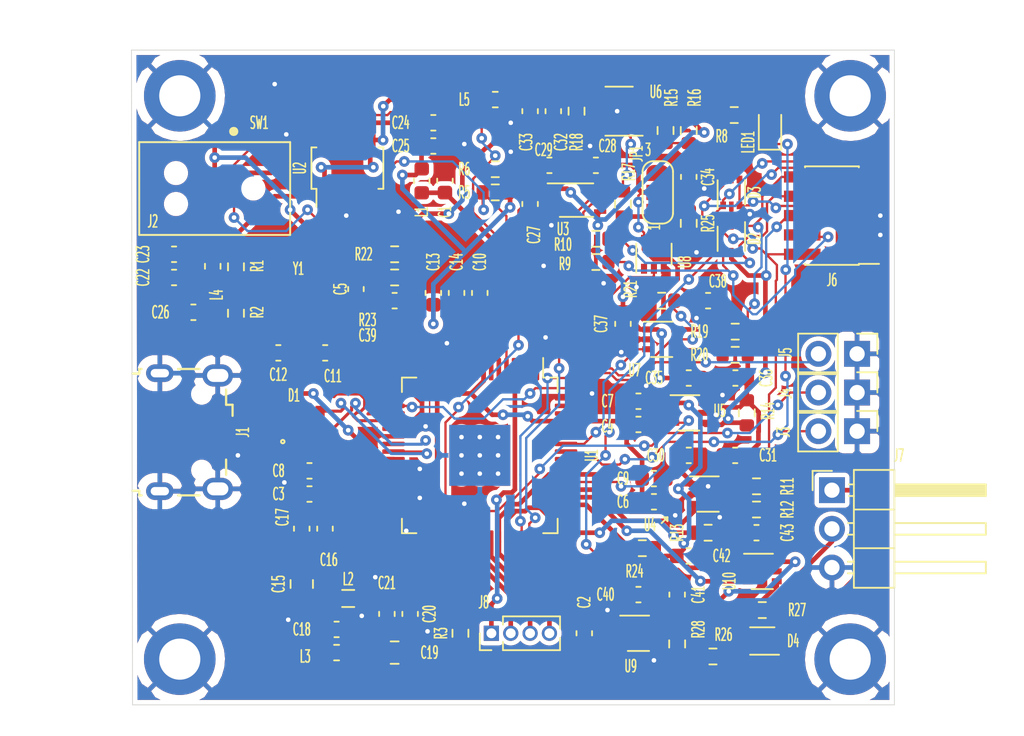
<source format=kicad_pcb>
(kicad_pcb (version 20240108) (generator "pcbnew") (generator_version "8.0")
  (layers (0 "F.Cu" signal) (31 "B.Cu" signal) (34 "B.Paste" user) (35 "F.Paste" user) (36 "B.SilkS" user "B.Silkscreen") (37 "F.SilkS" user "F.Silkscreen") (38 "B.Mask" user) (39 "F.Mask" user) (44 "Edge.Cuts" user))
  (net 0 "")
  (net 1 "GND")
  (net 2 "/McuLink Power and USB/MCU_VDDIO")
  (net 3 "+3V3")
  (net 4 "Net-(C15-Pad1)")
  (net 5 "Net-(C19-Pad1)")
  (net 6 "+5V")
  (net 7 "/McuLink Power and USB/USB_VBUS")
  (net 8 "IF_VREF")
  (net 9 "Net-(C32-Pad1)")
  (net 10 "Net-(C34-Pad1)")
  (net 11 "DBGIF_VREF")
  (net 12 "/Debug interface/IF_TDI")
  (net 13 "/Debug interface/IF_SWCLK")
  (net 14 "/Debug interface/IF_SWO")
  (net 15 "/Debug interface/IF_SWDIO")
  (net 16 "/Debug interface/IF_RST")
  (net 17 "/Debug interface/IF_ISPEN")
  (net 18 "/Debug interface/VTARGET")
  (net 19 "/Debug interface/IF_DETECT")
  (net 20 "Net-(D4-Pad1)")
  (net 21 "Net-(D4-Pad3)")
  (net 22 "Net-(D4-Pad5)")
  (net 23 "Net-(J1-Pad4)")
  (net 24 "LPC_RST")
  (net 25 "PIO0_10-SWO")
  (net 26 "PIO0_11-SWDCLK")
  (net 27 "PIO0_12-SWDIO")
  (net 28 "PIO0_5-ISP_EN-LED1_CTRL")
  (net 29 "HW_VER_6")
  (net 30 "HW_VER_7")
  (net 31 "Net-(J8-Pad4)")
  (net 32 "Net-(J8-Pad3)")
  (net 33 "Net-(J8-Pad2)")
  (net 34 "Net-(J8-Pad1)")
  (net 35 "Net-(JP1-Pad1)")
  (net 36 "Net-(L2-Pad1)")
  (net 37 "Net-(LED1-Pad2)")
  (net 38 "Net-(R1-Pad1)")
  (net 39 "Net-(R3-Pad2)")
  (net 40 "Net-(R9-Pad2)")
  (net 41 "Net-(R10-Pad2)")
  (net 42 "Net-(R11-Pad1)")
  (net 43 "DBGIF_TMS_SWDIO_TXEN")
  (net 44 "Net-(R15-Pad1)")
  (net 45 "Net-(R17-Pad2)")
  (net 46 "Net-(R18-Pad1)")
  (net 47 "Net-(R19-Pad1)")
  (net 48 "DBGIF_RESET_TXEN")
  (net 49 "DBGIF_DETECT")
  (net 50 "Net-(R25-Pad1)")
  (net 51 "Net-(R26-Pad1)")
  (net 52 "Net-(R27-Pad1)")
  (net 53 "Net-(U1-Pad63)")
  (net 54 "Net-(U1-Pad62)")
  (net 55 "Net-(U1-Pad60)")
  (net 56 "Net-(U1-Pad59)")
  (net 57 "DBGIF_RESET")
  (net 58 "Net-(U1-Pad57)")
  (net 59 "Net-(U1-Pad55)")
  (net 60 "DBGIF_TDO_SWO")
  (net 61 "DBGIF_TMS_SWDIO")
  (net 62 "FCO_TARGET_TXD")
  (net 63 "Net-(U1-Pad49)")
  (net 64 "Net-(U1-Pad48)")
  (net 65 "DBGIF_ISP_CTRL")
  (net 66 "FC0_TARGET_RXD")
  (net 67 "Net-(U1-Pad40)")
  (net 68 "DBGIF_TCK_SWCLK")
  (net 69 "Net-(U1-Pad35)")
  (net 70 "Net-(U1-Pad34)")
  (net 71 "Net-(U1-Pad17)")
  (net 72 "Net-(U1-Pad14)")
  (net 73 "Net-(U1-Pad12)")
  (net 74 "Net-(U1-Pad7)")
  (net 75 "Net-(U1-Pad3)")
  (net 76 "DBGIF_TDI")
  (net 77 "Net-(U1-Pad1)")
  (net 78 "Net-(U2-Pad3)")
  (net 79 "Net-(J2-Pad6)")
  (net 80 "/McuLink Power and USB/USB_D+")
  (net 81 "/McuLink Power and USB/USB_D-")
  (net 82 "/McuLink Power and USB/Q-")
  (net 83 "/McuLink Power and USB/Q+")
  (footprint "Capacitor_SMD:C_0603_1608Metric" (layer "F.Cu") (at 184.404 84.582 90)
    (property "Reference" "C1")
    (property "Value" "4U7")
  )
  (footprint "Capacitor_SMD:C_0603_1608Metric" (layer "F.Cu") (at 193.548 114.3 -90)
    (property "Reference" "C2")
    (property "Value" "100n")
  )
  (footprint "Capacitor_SMD:C_0603_1608Metric" (layer "F.Cu") (at 175.514 105.156 180)
    (property "Reference" "C3")
    (property "Value" "100n")
  )
  (footprint "Capacitor_SMD:C_0603_1608Metric" (layer "F.Cu") (at 197.104 100.584)
    (property "Reference" "C4")
    (property "Value" "100n")
  )
  (footprint "Capacitor_SMD:C_0603_1608Metric" (layer "F.Cu") (at 198.12 105.664)
    (property "Reference" "C6")
    (property "Value" "100n")
  )
  (footprint "Capacitor_SMD:C_0603_1608Metric" (layer "F.Cu") (at 175.514 103.632 180)
    (property "Reference" "C8")
    (property "Value" "10n")
  )
  (footprint "Capacitor_SMD:C_0603_1608Metric" (layer "F.Cu") (at 186.69 91.948 90)
    (property "Reference" "C10")
    (property "Value" "10n")
  )
  (footprint "Capacitor_SMD:C_0603_1608Metric" (layer "F.Cu") (at 176.543 95.885)
    (property "Reference" "C11")
    (property "Value" "8p")
  )
  (footprint "Capacitor_SMD:C_0603_1608Metric" (layer "F.Cu") (at 173.469 95.885 180)
    (property "Reference" "C12")
    (property "Value" "8p")
  )
  (footprint "Capacitor_SMD:C_0603_1608Metric" (layer "F.Cu") (at 183.642 91.948 90)
    (property "Reference" "C13")
    (property "Value" "100n")
  )
  (footprint "Capacitor_SMD:C_0603_1608Metric" (layer "F.Cu") (at 185.166 91.948 90)
    (property "Reference" "C14")
    (property "Value" "47p")
  )
  (footprint "Capacitor_SMD:C_0805_2012Metric" (layer "F.Cu") (at 175.006 111.064 -90)
    (property "Reference" "C15")
    (property "Value" "22u")
  )
  (footprint "Capacitor_SMD:C_0603_1608Metric" (layer "F.Cu") (at 175.006 107.429 -90)
    (property "Reference" "C16")
    (property "Value" "47p")
  )
  (footprint "Capacitor_SMD:C_0603_1608Metric" (layer "F.Cu") (at 176.53 107.429 -90)
    (property "Reference" "C17")
    (property "Value" "100n")
  )
  (footprint "Capacitor_SMD:C_0805_2012Metric" (layer "F.Cu") (at 181.102 115.57)
    (property "Reference" "C19")
    (property "Value" "22u")
  )
  (footprint "Capacitor_SMD:C_0603_1608Metric" (layer "F.Cu") (at 182.118 113.03 -90)
    (property "Reference" "C20")
    (property "Value" "100n")
  )
  (footprint "Capacitor_SMD:C_0603_1608Metric" (layer "F.Cu") (at 180.594 113.03 -90)
    (property "Reference" "C21")
    (property "Value" "47p")
  )
  (footprint "Capacitor_SMD:C_0603_1608Metric" (layer "F.Cu") (at 166.624 90.932 180)
    (property "Reference" "C22")
    (property "Value" "10u")
  )
  (footprint "Capacitor_SMD:C_0603_1608Metric" (layer "F.Cu") (at 166.624 89.408 180)
    (property "Reference" "C23")
    (property "Value" "100n")
  )
  (footprint "Capacitor_SMD:C_0603_1608Metric" (layer "F.Cu") (at 183.642 80.772)
    (property "Reference" "C24")
    (property "Value" "100n")
  )
  (footprint "Capacitor_SMD:C_0603_1608Metric" (layer "F.Cu") (at 183.642 82.296)
    (property "Reference" "C25")
    (property "Value" "10u")
  )
  (footprint "Capacitor_SMD:C_0603_1608Metric" (layer "F.Cu") (at 167.894 93.218 180)
    (property "Reference" "C26")
    (property "Value" "10n")
  )
  (footprint "Capacitor_SMD:C_0603_1608Metric" (layer "F.Cu") (at 189.992 86.106 90)
    (property "Reference" "C27")
    (property "Value" "100n")
  )
  (footprint "Capacitor_SMD:C_0603_1608Metric" (layer "F.Cu") (at 194.31 83.566 180)
    (property "Reference" "C28")
    (property "Value" "100n")
  )
  (footprint "Capacitor_SMD:C_0603_1608Metric" (layer "F.Cu") (at 200.406 102.616 180)
    (property "Reference" "C30")
    (property "Value" "100n")
  )
  (footprint "Capacitor_SMD:C_0603_1608Metric" (layer "F.Cu") (at 203.454 102.616)
    (property "Reference" "C31")
    (property "Value" "100n")
  )
  (footprint "Capacitor_SMD:C_0603_1608Metric" (layer "F.Cu") (at 191.516 80.01 -90)
    (property "Reference" "C32")
    (property "Value" "100n")
  )
  (footprint "Capacitor_SMD:C_0603_1608Metric" (layer "F.Cu") (at 200.406 97.536 180)
    (property "Reference" "C35")
    (property "Value" "100n")
  )
  (footprint "Capacitor_SMD:C_0603_1608Metric" (layer "F.Cu") (at 203.467 97.536)
    (property "Reference" "C36")
    (property "Value" "100n")
  )
  (footprint "Capacitor_SMD:C_0603_1608Metric" (layer "F.Cu") (at 196.088 93.98 90)
    (property "Reference" "C37")
    (property "Value" "100n")
  )
  (footprint "Capacitor_SMD:C_0603_1608Metric" (layer "F.Cu") (at 201.676 92.456)
    (property "Reference" "C38")
    (property "Value" "100n")
  )
  (footprint "Capacitor_SMD:C_0603_1608Metric" (layer "F.Cu") (at 197.104 111.76 180)
    (property "Reference" "C40")
    (property "Value" "100n")
  )
  (footprint "Capacitor_SMD:C_0603_1608Metric" (layer "F.Cu") (at 199.644 111.76 -90)
    (property "Reference" "C41")
    (property "Value" "100n")
  )
  (footprint "Capacitor_SMD:C_0603_1608Metric" (layer "F.Cu") (at 200.393 109.22 180)
    (property "Reference" "C42")
    (property "Value" "100n")
  )
  (footprint "Capacitor_SMD:C_0603_1608Metric" (layer "F.Cu") (at 204.851 107.696)
    (property "Reference" "C43")
    (property "Value" "100n")
  )
  (footprint "mculink_kicad:SOT143B" (layer "F.Cu") (at 175.26 100.711)
    (property "Reference" "D1")
    (property "Value" "PRTR5V0U2X")
  )
  (footprint "Package_TO_SOT_SMD:SOT-666" (layer "F.Cu") (at 203.2 85.344 90)
    (property "Reference" "D3")
    (property "Value" "PESD5V0L5UV")
  )
  (footprint "Package_TO_SOT_SMD:SOT-666" (layer "F.Cu") (at 205.232 114.808 180)
    (property "Reference" "D4")
    (property "Value" "PESD5V0L5UV")
  )
  (footprint "Connector_PinHeader_2.54mm:PinHeader_1x02_P2.54mm_Vertical" (layer "F.Cu") (at 211.455 98.4885 -90)
    (property "Reference" "J4")
    (property "Value" "Jumper_2_Open")
  )
  (footprint "mculink_kicad:SWD_Pin_Header_Straight_2x05_Pitch1.27mm_SMD" (layer "F.Cu") (at 209.804 86.868 180)
    (property "Reference" "J6")
    (property "Value" "Conn_02x05_Odd_Even")
  )
  (footprint "Inductor_SMD:L_0603_1608Metric" (layer "F.Cu") (at 182.88 84.582 -90)
    (property "Reference" "L1")
    (property "Value" "MI0603J601R-10")
  )
  (footprint "Inductor_SMD:L_0805_2012Metric" (layer "F.Cu") (at 178.054 112.014 180)
    (property "Reference" "L2")
    (property "Value" "4U7")
  )
  (footprint "Inductor_SMD:L_0603_1608Metric" (layer "F.Cu") (at 177.292 115.57)
    (property "Reference" "L3")
    (property "Value" "MI0603J601R-10")
  )
  (footprint "Inductor_SMD:L_0603_1608Metric" (layer "F.Cu") (at 169.164 90.1955 90)
    (property "Reference" "L4")
    (property "Value" "MI0603J601R-10")
  )
  (footprint "Inductor_SMD:L_0603_1608Metric" (layer "F.Cu") (at 187.706 79.248)
    (property "Reference" "L5")
    (property "Value" "MI0603J601R-10")
  )
  (footprint "LED_SMD:LED_0603_1608Metric" (layer "F.Cu") (at 205.74 81.0515 90)
    (property "Reference" "LED1")
    (property "Value" "LED_RED")
  )
  (footprint "Resistor_SMD:R_0603_1608Metric" (layer "F.Cu") (at 170.688 90.233 90)
    (property "Reference" "R1")
    (property "Value" "10k")
  )
  (footprint "Resistor_SMD:R_0603_1608Metric" (layer "F.Cu") (at 170.688 93.281 90)
    (property "Reference" "R2")
    (property "Value" "20k")
  )
  (footprint "Resistor_SMD:R_0603_1608Metric" (layer "F.Cu") (at 187.706 85.344)
    (property "Reference" "R5")
    (property "Value" "100k")
  )
  (footprint "Resistor_SMD:R_0603_1608Metric" (layer "F.Cu") (at 187.706 83.82 180)
    (property "Reference" "R6")
    (property "Value" "100k")
  )
  (footprint "Resistor_SMD:R_0603_1608Metric" (layer "F.Cu") (at 194.31 89.916 180)
    (property "Reference" "R9")
    (property "Value" "10R")
  )
  (footprint "Resistor_SMD:R_0603_1608Metric" (layer "F.Cu") (at 194.31 88.392 180)
    (property "Reference" "R10")
    (property "Value" "10R")
  )
  (footprint "Resistor_SMD:R_0603_1608Metric" (layer "F.Cu") (at 204.851 104.648)
    (property "Reference" "R11")
    (property "Value" "10R")
  )
  (footprint "Resistor_SMD:R_0603_1608Metric" (layer "F.Cu") (at 204.851 106.172)
    (property "Reference" "R12")
    (property "Value" "100k")
  )
  (footprint "Resistor_SMD:R_0603_1608Metric" (layer "F.Cu") (at 201.676 107.696 180)
    (property "Reference" "R13")
    (property "Value" "2k")
  )
  (footprint "Resistor_SMD:R_0603_1608Metric" (layer "F.Cu") (at 204.216 99.822 90)
    (property "Reference" "R14")
    (property "Value" "100k")
  )
  (footprint "Resistor_SMD:R_0603_1608Metric" (layer "F.Cu") (at 193.04 80.01 -90)
    (property "Reference" "R18")
    (property "Value" "100R")
  )
  (footprint "Resistor_SMD:R_0603_1608Metric" (layer "F.Cu") (at 203.454 96.012)
    (property "Reference" "R20")
    (property "Value" "100k")
  )
  (footprint "Resistor_SMD:R_0603_1608Metric" (layer "F.Cu") (at 198.628 92.456)
    (property "Reference" "R21")
    (property "Value" "2k")
  )
  (footprint "Resistor_SMD:R_0603_1608Metric" (layer "F.Cu") (at 181.102 89.408)
    (property "Reference" "R22")
    (property "Value" "2k")
  )
  (footprint "Resistor_SMD:R_0603_1608Metric" (layer "F.Cu") (at 181.102 90.932)
    (property "Reference" "R23")
    (property "Value" "2k")
  )
  (footprint "Resistor_SMD:R_0603_1608Metric" (layer "F.Cu") (at 197.358 108.712)
    (property "Reference" "R24")
    (property "Value" "2k")
  )
  (footprint "Resistor_SMD:R_0603_1608Metric" (layer "F.Cu") (at 201.993 115.824)
    (property "Reference" "R26")
    (property "Value" "10R")
  )
  (footprint "Resistor_SMD:R_0603_1608Metric" (layer "F.Cu") (at 205.232 112.776)
    (property "Reference" "R27")
    (property "Value" "10R")
  )
  (footprint "Resistor_SMD:R_0603_1608Metric" (layer "F.Cu") (at 199.644 114.999 90)
    (property "Reference" "R28")
    (property "Value" "100k")
  )
  (footprint "Package_QFP:LQFP-64-1EP_10x10mm_P0.5mm_EP6.5x6.5mm_ThermalVias" (layer "F.Cu") (at 186.69 102.616 -90)
    (property "Reference" "U1")
    (property "Value" "LPC55S69JBD64")
  )
  (footprint "Package_TO_SOT_SMD:SOT-89-5" (layer "F.Cu") (at 178 83.75 90)
    (property "Reference" "U2")
    (property "Value" "XC6227C331PR-G")
  )
  (footprint "Package_TO_SOT_SMD:SOT-363_SC-70-6" (layer "F.Cu") (at 200.406 99.822)
    (property "Reference" "U5")
    (property "Value" "SN74LVC1T45GW")
  )
  (footprint "Package_TO_SOT_SMD:SOT-363_SC-70-6" (layer "F.Cu") (at 198.628 94.996)
    (property "Reference" "U7")
    (property "Value" "SN74LVC1T45GW")
  )
  (footprint "Package_TO_SOT_SMD:SOT-353_SC-70-5" (layer "F.Cu") (at 198.12 89.408 90)
    (property "Reference" "U8")
    (property "Value" "74LVC1G07")
  )
  (footprint "Package_TO_SOT_SMD:SOT-363_SC-70-6" (layer "F.Cu") (at 197.104 114.3)
    (property "Reference" "U9")
    (property "Value" "SN74LVC1T45GW")
  )
  (footprint "Package_TO_SOT_SMD:SOT-363_SC-70-6" (layer "F.Cu") (at 205.232 110.236)
    (property "Reference" "U10")
    (property "Value" "SN74LVC1T45GW")
  )
  (footprint "Connector_PinHeader_2.54mm:PinHeader_1x02_P2.54mm_Vertical" (layer "F.Cu") (at 211.455 101.0285 -90)
    (property "Reference" "J3")
    (property "Value" "Jumper_2_Open")
  )
  (footprint "Resistor_SMD:R_0603_1608Metric" (layer "F.Cu") (at 203.391 80.264)
    (property "Reference" "R8")
    (property "Value" "2k")
  )
  (footprint "Connector_PinHeader_1.27mm:PinHeader_1x04_P1.27mm_Vertical" (layer "F.Cu") (at 187.452 114.3 90)
    (property "Reference" "J8")
    (property "Value" "Conn_01x04_Male")
  )
  (footprint "Capacitor_SMD:C_0603_1608Metric" (layer "F.Cu") (at 189.992 80.01 -90)
    (property "Reference" "C33")
    (property "Value" "10u")
  )
  (footprint "Resistor_SMD:R_0603_1608Metric" (layer "F.Cu") (at 203.454 94.488)
    (property "Reference" "R19")
    (property "Value" "10R")
  )
  (footprint "Capacitor_SMD:C_0603_1608Metric" (layer "F.Cu") (at 178.562 91.694 90)
    (property "Reference" "C5")
    (property "Value" "100n")
  )
  (footprint "Capacitor_SMD:C_0603_1608Metric" (layer "F.Cu") (at 177.292 114.046)
    (property "Reference" "C18")
    (property "Value" "UL-22U")
  )
  (footprint "Resistor_SMD:R_0603_1608Metric" (layer "F.Cu") (at 185.42 114.3 90)
    (property "Reference" "R3")
    (property "Value" "0R")
  )
  (footprint "Package_TO_SOT_SMD:SOT-666" (layer "F.Cu") (at 203.2 88.392 -90)
    (property "Reference" "D2")
    (property "Value" "PESD5V0L5UV")
  )
  (footprint "Capacitor_SMD:C_0603_1608Metric" (layer "F.Cu") (at 191.262 83.566)
    (property "Reference" "C29")
    (property "Value" "10u")
  )
  (footprint "Capacitor_SMD:C_0603_1608Metric" (layer "F.Cu") (at 197.104 99.06)
    (property "Reference" "C7")
    (property "Value" "10n")
  )
  (footprint "Capacitor_SMD:C_0603_1608Metric" (layer "F.Cu") (at 198.12 104.14)
    (property "Reference" "C9")
    (property "Value" "10n")
  )
  (footprint "Capacitor_SMD:C_0603_1608Metric" (layer "F.Cu") (at 181.102 92.456)
    (property "Reference" "C39")
    (property "Value" "100n")
  )
  (footprint "mculink_kicad:CX3225GA16000D0PTVCC" (layer "F.Cu") (at 174.895 92.456 180)
    (property "Reference" "Y1")
    (property "Value" "16.000MHz")
  )
  (footprint "Connector_PinHeader_2.54mm:PinHeader_1x03_P2.54mm_Horizontal" (layer "F.Cu") (at 209.804 104.902)
    (property "Reference" "J7")
    (property "Value" "1x3pos, 100mil pitch")
  )
  (footprint "Package_TO_SOT_SMD:SOT-23-5" (layer "F.Cu") (at 195.834 80.01 180)
    (property "Reference" "U6")
    (property "Value" "MCP6001-OT")
  )
  (footprint "Resistor_SMD:R_0603_1608Metric" (layer "F.Cu") (at 196.088 86.106 90)
    (property "Reference" "R17")
    (property "Value" "10R")
  )
  (footprint "Resistor_SMD:R_0603_1608Metric" (layer "F.Cu") (at 200.406 81.28 90)
    (property "Reference" "R16")
    (property "Value" "33k")
  )
  (footprint "Jumper:SolderJumper-3_P1.3mm_Open_RoundedPad1.0x1.5mm_NumberLabels" (layer "F.Cu") (at 198.374 85.344 90)
    (property "Reference" "JP1")
    (property "Value" "SolderJumper_3_Open")
  )
  (footprint "Resistor_SMD:R_0603_1608Metric" (layer "F.Cu") (at 198.882 81.28 -90)
    (property "Reference" "R15")
    (property "Value" "100R")
  )
  (footprint "Resistor_SMD:R_0603_1608Metric" (layer "F.Cu") (at 200.406 87.376 -90)
    (property "Reference" "R25")
    (property "Value" "10R")
  )
  (footprint "Capacitor_SMD:C_0603_1608Metric" (layer "F.Cu") (at 200.406 84.328 -90)
    (property "Reference" "C34")
    (property "Value" "100n")
  )
  (footprint "Package_SO:VSSOP-8_2.3x2mm_P0.5mm" (layer "F.Cu") (at 193.04 85.852)
    (property "Reference" "U3")
    (property "Value" "74LVC2T45DC")
  )
  (footprint "Connector_PinHeader_2.54mm:PinHeader_1x02_P2.54mm_Vertical" (layer "F.Cu") (at 211.455 95.9485 -90)
    (property "Reference" "J5")
    (property "Value" "Jumper_2_Open")
  )
  (footprint "mculink_kicad:SW_C_K_KMR2" (layer "F.Cu") (at 173.228 78.486)
    (property "Reference" "SW1")
    (property "Value" "KMR221GLFS")
  )
  (footprint "mculink_kicad:TAG_TC2030-IDC-NL" (layer "F.Cu") (at 169.291 85.09 180)
    (property "Reference" "J2")
    (property "Value" "Conn_02x03_Odd_Even")
  )
  (footprint "Package_TO_SOT_SMD:SOT-363_SC-70-6" (layer "F.Cu") (at 201.676 105.156)
    (property "Reference" "U4")
    (property "Value" "SN74LVC1T45GW")
  )
  (footprint "Connector_USB:USB_Micro-B_Wuerth_629105150521" (layer "F.Cu") (at 167.64 101.092 -90)
    (property "Reference" "J1")
    (property "Value" "USB_B_Micro")
  )
  (footprint "mculink_kicad:Fiducial_1mm_Dia_2.54mm_Outer_CopperTop" (layer "F.Cu") (at 206.502 77.851)
    (property "Reference" "FID1" (hide yes))
    (property "Value" "Fiducial")
  )
  (footprint "mculink_kicad:Fiducial_1mm_Dia_2.54mm_Outer_CopperTop" (layer "F.Cu") (at 177.927 78.486)
    (property "Reference" "FID2" (hide yes))
    (property "Value" "Fiducial")
  )
  (footprint "mculink_kicad:Fiducial_1mm_Dia_2.54mm_Outer_CopperTop" (layer "F.Cu") (at 171.577 117.094)
    (property "Reference" "FID3" (hide yes))
    (property "Value" "Fiducial")
  )
  (footprint "MountingHole:MountingHole_2.7mm_M2.5_DIN965_Pad" (layer "F.Cu") (at 211 79)
    (property "Reference" "H2" (hide yes))
    (property "Value" "MountingHole_Pad")
  )
  (footprint "MountingHole:MountingHole_2.7mm_M2.5_DIN965_Pad" (layer "F.Cu") (at 167 116)
    (property "Reference" "H3" (hide yes))
    (property "Value" "MountingHole_Pad")
  )
  (footprint "MountingHole:MountingHole_2.7mm_M2.5_DIN965_Pad" (layer "F.Cu") (at 211 116)
    (property "Reference" "H4" (hide yes))
    (property "Value" "MountingHole_Pad")
  )
  (footprint "MountingHole:MountingHole_2.7mm_M2.5_DIN965_Pad" (layer "F.Cu") (at 167 79)
    (property "Reference" "H1" (hide yes))
    (property "Value" "MountingHole_Pad")
  )
  (gr_line (start 199.009 106.934) (end 199.009 106.68) (stroke (width 0.12)) (layer "F.SilkS"))
  (gr_line (start 198.755 106.68) (end 199.009 106.934) (stroke (width 0.12)) (layer "F.SilkS"))
  (gr_line (start 199.009 106.68) (end 198.628 107.061) (stroke (width 0.12)) (layer "F.SilkS"))
  (gr_line (start 199.009 106.68) (end 198.755 106.68) (stroke (width 0.12)) (layer "F.SilkS"))
  (gr_line (start 213.9 119) (end 163.9 119) (stroke (width 0.05)) (layer "Edge.Cuts"))
  (gr_line (start 213.9 76) (end 213.9 119) (stroke (width 0.05)) (layer "Edge.Cuts"))
  (gr_line (start 163.83 76) (end 213.9 76) (stroke (width 0.05)) (layer "Edge.Cuts"))
  (gr_line (start 163.9 119) (end 163.83 76) (stroke (width 0.05)) (layer "Edge.Cuts"))
  (gr_text "MCULink\nKiCad Ver.\nV0.1\nHSLU T&A" (at 168.783 109 0) (layer "F.Cu") (effects (font (size 0.8 0.8) (thickness 0.2))))
  (segment (start 197.803 92.456) (end 197.803 92.393) (width 0.3048) (layer "F.Cu") (net 1))
  (segment (start 188.531 82.868) (end 188.722 82.677) (width 0.3048) (layer "F.Cu") (net 1))
  (segment (start 203.2 86.269) (end 203.2 86.868) (width 0.1524) (layer "F.Cu") (net 1))
  (segment (start 200.157159 105.301199) (end 200.580801 105.301199) (width 0.3048) (layer "F.Cu") (net 1))
  (segment (start 165.849 89.408) (end 165.849 90.932) (width 0.3048) (layer "F.Cu") (net 1))
  (segment (start 185.44 96.9535) (end 185.44 96.159) (width 0.3048) (layer "F.Cu") (net 1))
  (segment (start 178 86.795) (end 177.927 86.868) (width 0.3048) (layer "F.Cu") (net 1))
  (segment (start 191.49 86.602) (end 191.49 87.402) (width 0.3048) (layer "F.Cu") (net 1))
  (segment (start 174.739 105.156) (end 174.739 104.407) (width 0.3048) (layer "F.Cu") (net 1))
  (segment (start 198.895 105.931) (end 199.517 106.553) (width 0.3048) (layer "F.Cu") (net 1))
  (segment (start 188.531 83.82) (end 188.531 82.868) (width 0.3048) (layer "F.Cu") (net 1))
  (segment (start 181.0275 103.366) (end 182.614 103.366) (width 0.3048) (layer "F.Cu") (net 1))
  (segment (start 191.49 87.402) (end 191.389 87.503) (width 0.3048) (layer "F.Cu") (net 1))
  (segment (start 174.739 104.407) (end 174.739 103.632) (width 0.3048) (layer "F.Cu") (net 1))
  (segment (start 196.813851 94.996) (end 195.975992 95.833859) (width 0.3048) (layer "F.Cu") (net 1))
  (segment (start 202.692 97.536) (end 202.692 98.578428) (width 0.3048) (layer "F.Cu") (net 1))
  (segment (start 197.612 98.044) (end 194.564 98.044) (width 0.3048) (layer "F.Cu") (net 1))
  (segment (start 211.754 86.868) (end 212.979 86.868) (width 0.1524) (layer "F.Cu") (net 1))
  (segment (start 201.356 99.822) (end 202.057 99.822) (width 0.3048) (layer "F.Cu") (net 1))
  (segment (start 194.564 98.044) (end 194.056 98.552) (width 0.3048) (layer "F.Cu") (net 1))
  (segment (start 197.803 92.393) (end 196.977 91.567) (width 0.3048) (layer "F.Cu") (net 1))
  (segment (start 201.168 105.156) (end 201.676 104.648) (width 0.3048) (layer "F.Cu") (net 1))
  (segment (start 200.580801 105.301199) (end 200.726 105.156) (width 0.3048) (layer "F.Cu") (net 1))
  (segment (start 198.895 105.664) (end 198.895 105.931) (width 0.3048) (layer "F.Cu") (net 1))
  (segment (start 199.794358 105.664) (end 200.157159 105.301199) (width 0.3048) (layer "F.Cu") (net 1))
  (segment (start 185.44 96.159) (end 184.531 95.25) (width 0.3048) (layer "F.Cu") (net 1))
  (segment (start 182.709 105.366) (end 182.753 105.41) (width 0.3048) (layer "F.Cu") (net 1))
  (segment (start 204.3165 86.868) (end 204.412438 86.772062) (width 0.1524) (layer "F.Cu") (net 1))
  (segment (start 191.49 86.602) (end 190.271 86.602) (width 0.3048) (layer "F.Cu") (net 1))
  (segment (start 197.879 98.311) (end 197.612 98.044) (width 0.3048) (layer "F.Cu") (net 1))
  (segment (start 181.0275 105.366) (end 182.709 105.366) (width 0.3048) (layer "F.Cu") (net 1))
  (segment (start 203.2 86.868) (end 203.2 87.467) (width 0.1524) (layer "F.Cu") (net 1))
  (segment (start 198.895 105.664) (end 199.794358 105.664) (width 0.3048) (layer "F.Cu") (net 1))
  (segment (start 211.754 88.138) (end 212.979 88.138) (width 0.1524) (layer "F.Cu") (net 1))
  (segment (start 197.879 99.06) (end 197.879 98.311) (width 0.3048) (layer "F.Cu") (net 1))
  (segment (start 178 83.75) (end 178 86.795) (width 0.3048) (layer "F.Cu") (net 1))
  (segment (start 174.739 104.407) (end 173.876 104.407) (width 0.3048) (layer "F.Cu") (net 1))
  (segment (start 202.057 99.822) (end 202.184 99.949) (width 0.3048) (layer "F.Cu") (net 1))
  (segment (start 200.901 92.456) (end 200.901 93.586) (width 0.3048) (layer "F.Cu") (net 1))
  (segment (start 190.271 86.602) (end 189.992 86.881) (width 0.3048) (layer "F.Cu") (net 1))
  (segment (start 182.614 103.366) (end 182.753 103.505) (width 0.3048) (layer "F.Cu") (net 1))
  (segment (start 198.641 99.822) (end 197.879 100.584) (width 0.3048) (layer "F.Cu") (net 1))
  (segment (start 203.2 86.868) (end 204.3165 86.868) (width 0.1524) (layer "F.Cu") (net 1))
  (segment (start 197.678 94.996) (end 196.813851 94.996) (width 0.3048) (layer "F.Cu") (net 1))
  (segment (start 202.692 98.578428) (end 202.619691 98.650737) (width 0.3048) (layer "F.Cu") (net 1))
  (segment (start 200.726 105.156) (end 201.168 105.156) (width 0.3048) (layer "F.Cu") (net 1))
  (segment (start 199.456 99.822) (end 198.641 99.822) (width 0.3048) (layer "F.Cu") (net 1))
  (segment (start 173.876 104.407) (end 173.863 104.394) (width 0.3048) (layer "F.Cu") (net 1))
  (segment (start 200.901 93.586) (end 200.914 93.599) (width 0.3048) (layer "F.Cu") (net 1))
  (via (at 179.832 110.617) (size 0.7) (drill 0.3) (layers "F.Cu" "B.Cu") (net 1))
  (via (at 195.975992 95.833859) (size 0.7) (drill 0.3) (layers "F.Cu" "B.Cu") (net 1))
  (via (at 181.356 86.614) (size 0.7) (drill 0.3) (layers "F.Cu" "B.Cu") (net 1))
  (via (at 182.753 103.505) (size 0.7) (drill 0.3) (layers "F.Cu" "B.Cu") (net 1))
  (via (at 177.927 86.868) (size 0.7) (drill 0.3) (layers "F.Cu" "B.Cu") (net 1))
  (via (at 212.979 88.138) (size 0.7) (drill 0.3) (layers "F.Cu" "B.Cu") (net 1))
  (via (at 201.422 85.09) (size 0.7) (drill 0.3) (layers "F.Cu" "B.Cu") (net 1))
  (via (at 185.674 82.169) (size 0.7) (drill 0.3) (layers "F.Cu" "B.Cu") (net 1))
  (via (at 194.056 98.552) (size 0.7) (drill 0.3) (layers "F.Cu" "B.Cu") (net 1))
  (via (at 191.389 87.503) (size 0.7) (drill 0.3) (layers "F.Cu" "B.Cu") (net 1))
  (via (at 199.517 106.553) (size 0.7) (drill 0.3) (layers "F.Cu" "B.Cu") (net 1))
  (via (at 173.99 81.534) (size 0.7) (drill 0.3) (layers "F.Cu" "B.Cu") (net 1))
  (via (at 181.864 107.569) (size 0.7) (drill 0.3) (layers "F.Cu" "B.Cu") (net 1))
  (via (at 197.612 98.044) (size 0.7) (drill 0.3) (layers "F.Cu" "B.Cu") (net 1))
  (via (at 173.863 104.394) (size 0.7) (drill 0.3) (layers "F.Cu" "B.Cu") (net 1))
  (via (at 193.929 82.296) (size 0.7) (drill 0.3) (layers "F.Cu" "B.Cu") (net 1))
  (via (at 200.914 93.599) (size 0.7) (drill 0.3) (layers "F.Cu" "B.Cu") (net 1))
  (via (at 194.818 91.313) (size 0.7) (drill 0.3) (layers "F.Cu" "B.Cu") (net 1))
  (via (at 182.753 105.41) (size 0.7) (drill 0.3) (layers "F.Cu" "B.Cu") (net 1))
  (via (at 190.881 90.17) (size 0.7) (drill 0.3) (layers "F.Cu" "B.Cu") (net 1))
  (via (at 212.979 86.868) (size 0.7) (drill 0.3) (layers "F.Cu" "B.Cu") (net 1))
  (via (at 188.722 80.772) (size 0.7) (drill 0.3) (layers "F.Cu" "B.Cu") (net 1))
  (via (at 178.943 113.157) (size 0.7) (drill 0.3) (layers "F.Cu" "B.Cu") (net 1))
  (via (at 183.134 100.711) (size 0.7) (drill 0.3) (layers "F.Cu" "B.Cu") (net 1))
  (via (at 173.228 78.232) (size 0.7) (drill 0.3) (layers "F.Cu" "B.Cu") (net 1))
  (via (at 174.117 113.411) (size 0.7) (drill 0.3) (layers "F.Cu" "B.Cu") (net 1))
  (via (at 204.412438 86.772062) (size 0.7) (drill 0.3) (layers "F.Cu" "B.Cu") (net 1))
  (via (at 198.12 116.078) (size 0.7) (drill 0.3) (layers "F.Cu" "B.Cu") (net 1))
  (via (at 184.531 95.25) (size 0.7) (drill 0.3) (layers "F.Cu" "B.Cu") (net 1))
  (via (at 202.619691 98.650737) (size 0.7) (drill 0.3) (layers "F.Cu" "B.Cu") (net 1))
  (via (at 170.815 102.616) (size 0.7) (drill 0.3) (layers "F.Cu" "B.Cu") (net 1))
  (via (at 195.072 112.776) (size 0.7) (drill 0.3) (layers "F.Cu" "B.Cu") (net 1))
  (via (at 188.722 82.677) (size 0.7) (drill 0.3) (layers "F.Cu" "B.Cu") (net 1))
  (via (at 185.674 105.791) (size 0.7) (drill 0.3) (layers "F.Cu" "B.Cu") (net 1))
  (via (at 202.184 99.949) (size 0.7) (drill 0.3) (layers "F.Cu" "B.Cu") (net 1))
  (via (at 200.914 89.281) (size 0.7) (drill 0.3) (layers "F.Cu" "B.Cu") (net 1))
  (via (at 191.008 94.869) (size 0.7) (drill 0.3) (layers "F.Cu" "B.Cu") (net 1))
  (via (at 201.676 104.648) (size 0.7) (drill 0.3) (layers "F.Cu" "B.Cu") (net 1))
  (via (at 202.438 106.68) (size 0.7) (drill 0.3) (layers "F.Cu" "B.Cu") (net 1))
  (via (at 195.707 80.01) (size 0.7) (drill 0.3) (layers "F.Cu" "B.Cu") (net 1))
  (via (at 183.261 114.173) (size 0.7) (drill 0.3) (layers "F.Cu" "B.Cu") (net 1))
  (via (at 196.977 91.567) (size 0.7) (drill 0.3) (layers "F.Cu" "B.Cu") (net 1))
  (segment (start 201.676 105.918) (end 202.438 106.68) (width 0.3048) (layer "B.Cu") (net 1))
  (segment (start 201.676 104.648) (end 201.676 105.918) (width 0.3048) (layer "B.Cu") (net 1))
  (segment (start 187.46981 88.42281) (end 184.404 85.357) (width 0.3048) (layer "F.Cu") (net 2))
  (segment (start 181.0275 103.866) (end 181.890892 103.866) (width 0.3048) (layer "F.Cu") (net 2))
  (segment (start 182.94 96.9535) (end 182.94 95.691) (width 0.3048) (layer "F.Cu") (net 2))
  (segment (start 186.69 92.723) (end 187.46981 91.94319) (width 0.3048) (layer "F.Cu") (net 2))
  (segment (start 197.345 102.857) (end 197.345 104.14) (width 0.3048) (layer "F.Cu") (net 2))
  (segment (start 191.235106 103.866) (end 192.3525 103.866) (width 0.3048) (layer "F.Cu") (net 2))
  (segment (start 197.345 105.664) (end 197.345 104.14) (width 0.3048) (layer "F.Cu") (net 2))
  (segment (start 176.289 103.632) (end 176.289 105.156) (width 0.3048) (layer "F.Cu") (net 2))
  (segment (start 192.3525 100.366) (end 190.155 100.366) (width 0.3048) (layer "F.Cu") (net 2))
  (segment (start 186.94 96.9535) (end 186.94 92.973) (width 0.3048) (layer "F.Cu") (net 2))
  (segment (start 187.94 108.2785) (end 187.94 109.053134) (width 0.3048) (layer "F.Cu") (net 2))
  (segment (start 182.184694 104.159802) (end 183.067306 104.159802) (width 0.3048) (layer "F.Cu") (net 2))
  (segment (start 186.116134 98.552) (end 183.896 98.552) (width 0.3048) (layer "F.Cu") (net 2))
  (segment (start 176.523 103.866) (end 176.289 103.632) (width 0.3048) (layer "F.Cu") (net 2))
  (segment (start 187.513134 99.949) (end 186.116134 98.552) (width 0.3048) (layer "F.Cu") (net 2))
  (segment (start 189.279119 105.821987) (end 191.235106 103.866) (width 0.3048) (layer "F.Cu") (net 2))
  (segment (start 182.94 96.9535) (end 182.94 98.104) (width 0.3048) (layer "F.Cu") (net 2))
  (segment (start 183.896 103.331108) (end 183.896 98.552) (width 0.3048) (layer "F.Cu") (net 2))
  (segment (start 183.067306 104.159802) (end 183.896 103.331108) (width 0.3048) (layer "F.Cu") (net 2))
  (segment (start 187.46981 91.94319) (end 187.46981 88.42281) (width 0.3048) (layer "F.Cu") (net 2))
  (segment (start 190.155 100.366) (end 189.83686 100.04786) (width 0.3048) (layer "F.Cu") (net 2))
  (segment (start 186.94 97.728134) (end 186.116134 98.552) (width 0.3048) (layer "F.Cu") (net 2))
  (segment (start 181.890892 103.866) (end 182.184694 104.159802) (width 0.3048) (layer "F.Cu") (net 2))
  (segment (start 192.3525 103.866) (end 197.071 103.866) (width 0.3048) (layer "F.Cu") (net 2))
  (segment (start 182.88 85.3695) (end 184.3915 85.3695) (width 0.3048) (layer "F.Cu") (net 2))
  (segment (start 196.329 100.584) (end 196.329 101.841) (width 0.3048) (layer "F.Cu") (net 2))
  (segment (start 184.3915 85.3695) (end 184.404 85.357) (width 0.3048) (layer "F.Cu") (net 2))
  (segment (start 183.896 98.552) (end 183.388 98.552) (width 0.3048) (layer "F.Cu") (net 2))
  (segment (start 196.329 99.06) (end 196.329 100.584) (width 0.3048) (layer "F.Cu") (net 2))
  (segment (start 188.853312 105.821987) (end 189.279119 105.821987) (width 0.3048) (layer "F.Cu") (net 2))
  (segment (start 187.94 106.735299) (end 188.853312 105.821987) (width 0.3048) (layer "F.Cu") (net 2))
  (segment (start 182.94 95.691) (end 181.784 95.691) (width 0.3048) (layer "F.Cu") (net 2))
  (segment (start 196.111 100.366) (end 196.329 100.584) (width 0.3048) (layer "F.Cu") (net 2))
  (segment (start 192.411866 113.525) (end 193.548 113.525) (width 0.3048) (layer "F.Cu") (net 2))
  (segment (start 196.329 101.841) (end 197.345 102.857) (width 0.3048) (layer "F.Cu") (net 2))
  (segment (start 187.94 109.053134) (end 192.411866 113.525) (width 0.3048) (layer "F.Cu") (net 2))
  (segment (start 187.94 108.2785) (end 187.94 106.735299) (width 0.3048) (layer "F.Cu") (net 2))
  (segment (start 188.214 99.949) (end 187.513134 99.949) (width 0.3048) (layer "F.Cu") (net 2))
  (segment (start 192.3525 100.366) (end 196.111 100.366) (width 0.3048) (layer "F.Cu") (net 2))
  (segment (start 182.94 98.104) (end 183.388 98.552) (width 0.3048) (layer "F.Cu") (net 2))
  (segment (start 197.071 103.866) (end 197.345 104.14) (width 0.3048) (layer "F.Cu") (net 2))
  (segment (start 181.784 95.691) (end 178.562 92.469) (width 0.3048) (layer "F.Cu") (net 2))
  (segment (start 186.94 96.9535) (end 186.94 97.728134) (width 0.3048) (layer "F.Cu") (net 2))
  (segment (start 186.94 92.973) (end 186.69 92.723) (width 0.3048) (layer "F.Cu") (net 2))
  (segment (start 181.0275 103.866) (end 176.523 103.866) (width 0.3048) (layer "F.Cu") (net 2))
  (via (at 188.214 99.949) (size 0.7) (drill 0.3) (layers "F.Cu" "B.Cu") (net 2))
  (via (at 189.83686 100.04786) (size 0.7) (drill 0.3) (layers "F.Cu" "B.Cu") (net 2))
  (segment (start 188.214 99.949) (end 189.738 99.949) (width 0.3048) (layer "B.Cu") (net 2))
  (segment (start 189.738 99.949) (end 189.83686 100.04786) (width 0.3048) (layer "B.Cu") (net 2))
  (segment (start 204.705642 109.586) (end 204.720642 109.601) (width 0.3048) (layer "F.Cu") (net 3))
  (segment (start 194.437 86.755) (end 194.59 86.602) (width 0.3048) (layer "F.Cu") (net 3))
  (segment (start 204.282 109.586) (end 204.705642 109.586) (width 0.3048) (layer "F.Cu") (net 3))
  (segment (start 170.561 84.455) (end 170.954499 84.061501) (width 0.3048) (layer "F.Cu") (net 3))
  (segment (start 182.867 83.7815) (end 182.88 83.7945) (width 0.3048) (layer "F.Cu") (net 3))
  (segment (start 194.437 87.503) (end 194.437 86.755) (width 0.3048) (layer "F.Cu") (net 3))
  (segment (start 197.678 94.346) (end 197.229 94.346) (width 0.3048) (layer "F.Cu") (net 3))
  (segment (start 176.5 80.8452) (end 176.5732 80.772) (width 0.3048) (layer "F.Cu") (net 3))
  (segment (start 188.679047 86.323782) (end 188.679047 85.492047) (width 0.3048) (layer "F.Cu") (net 3))
  (segment (start 176.5045 115.57) (end 177.53431 116.59981) (width 0.3048) (layer "F.Cu") (net 3))
  (segment (start 198.359 94.346) (end 198.628 94.615) (width 0.3048) (layer "F.Cu") (net 3))
  (segment (start 202.213082 109.99981) (end 202.626892 109.586) (width 0.3048) (layer "F.Cu") (net 3))
  (segment (start 198.869 109.22) (end 199.618 109.22) (width 0.3048) (layer "F.Cu") (net 3))
  (segment (start 198.501 97.536) (end 199.631 97.536) (width 0.3048) (layer "F.Cu") (net 3))
  (segment (start 183.642 92.723) (end 185.166 92.723) (width 0.3048) (layer "F.Cu") (net 3))
  (segment (start 185.94 96.9535) (end 186.44 96.9535) (width 0.3048) (layer "F.Cu") (net 3))
  (segment (start 196.154 111.935) (end 196.329 111.76) (width 0.3048) (layer "F.Cu") (net 3))
  (segment (start 200.597 80.264) (end 200.406 80.455) (width 0.3048) (layer "F.Cu") (net 3))
  (segment (start 200.264 99.172) (end 200.406 99.314) (width 0.3048) (layer "F.Cu") (net 3))
  (segment (start 185.94 93.497) (end 185.166 92.723) (width 0.3048) (layer "F.Cu") (net 3))
  (segment (start 196.783801 115.393841) (end 196.783801 113.852801) (width 0.3048) (layer "F.Cu") (net 3))
  (segment (start 205.359 110.236) (end 206.182 110.236) (width 0.3048) (layer "F.Cu") (net 3))
  (segment (start 202.566 80.264) (end 200.597 80.264) (width 0.3048) (layer "F.Cu") (net 3))
  (segment (start 183.642 92.723) (end 183.642 93.98) (width 0.3048) (layer "F.Cu") (net 3))
  (segment (start 196.154 113.65) (end 196.154 111.935) (width 0.3048) (layer "F.Cu") (net 3))
  (segment (start 189.979 85.344) (end 189.992 85.331) (width 0.3048) (layer "F.Cu") (net 3))
  (segment (start 182.4735 84.201) (end 182.88 83.7945) (width 0.3048) (layer "F.Cu") (net 3))
  (segment (start 200.39781 109.99981) (end 202.213082 109.99981) (width 0.3048) (layer "F.Cu") (net 3))
  (segment (start 172.986499 84.061501) (end 175.148 81.9) (width 0.3048) (layer "F.Cu") (net 3))
  (segment (start 196.088 93.205) (end 196.088 92.202) (width 0.3048) (layer "F.Cu") (net 3))
  (segment (start 199.631 103.411) (end 200.726 104.506) (width 0.3048) (layer "F.Cu") (net 3))
  (segment (start 188.679047 85.492047) (end 188.531 85.344) (width 0.3048) (layer "F.Cu") (net 3))
  (segment (start 192.417 85.102) (end 191.49 85.102) (width 0.3048) (layer "F.Cu") (net 3))
  (segment (start 195.577832 116.59981) (end 196.783801 115.393841) (width 0.3048) (layer "F.Cu") (net 3))
  (segment (start 190.221 85.102) (end 191.49 85.102) (width 0.3048) (layer "F.Cu") (net 3))
  (segment (start 202.626892 109.586) (end 204.282 109.586) (width 0.3048) (layer "F.Cu") (net 3))
  (segment (start 196.329 111.76) (end 198.869 109.22) (width 0.3048) (layer "F.Cu") (net 3))
  (segment (start 201.358 81.407) (end 200.406 80.455) (width 0.3048) (layer "F.Cu") (net 3))
  (segment (start 199.456 99.172) (end 199.456 97.711) (width 0.3048) (layer "F.Cu") (net 3))
  (segment (start 200.027957 104.506) (end 199.722506 104.811451) (width 0.3048) (layer "F.Cu") (net 3))
  (segment (start 199.618 109.22) (end 200.077619 108.760381) (width 0.3048) (layer "F.Cu") (net 3))
  (segment (start 196.783801 113.852801) (end 196.581 113.65) (width 0.3048) (layer "F.Cu") (net 3))
  (segment (start 189.992 85.331) (end 190.221 85.102) (width 0.3048) (layer "F.Cu") (net 3))
  (segment (start 200.077619 108.760381) (end 200.077619 108.392567) (width 0.3048) (layer "F.Cu") (net 3))
  (segment (start 181.61 84.201) (end 182.4735 84.201) (width 0.3048) (layer "F.Cu") (net 3))
  (segment (start 182.867 80.772) (end 182.867 82.296) (width 0.3048) (layer "F.Cu") (net 3))
  (segment (start 176.5732 80.772) (end 182.867 80.772) (width 0.3048) (layer "F.Cu") (net 3))
  (segment (start 177.53431 116.59981) (end 195.577832 116.59981) (width 0.3048) (layer "F.Cu") (net 3))
  (segment (start 192.659 85.344) (end 192.417 85.102) (width 0.3048) (layer "F.Cu") (net 3))
  (segment (start 199.456 99.172) (end 200.264 99.172) (width 0.3048) (layer "F.Cu") (net 3))
  (segment (start 176.5 81.9) (end 176.5 80.8452) (width 0.3048) (layer "F.Cu") (net 3))
  (segment (start 197.229 94.346) (end 196.088 93.205) (width 0.3048) (layer "F.Cu") (net 3))
  (segment (start 201.422 81.407) (end 201.358 81.407) (width 0.3048) (layer "F.Cu") (net 3))
  (segment (start 196.581 113.65) (end 196.154 113.65) (width 0.3048) (layer "F.Cu") (net 3))
  (segment (start 170.954499 84.061501) (end 172.986499 84.061501) (width 0.3048) (layer "F.Cu") (net 3))
  (segment (start 204.720642 109.601) (end 204.724 109.601) (width 0.3048) (layer "F.Cu") (net 3))
  (segment (start 188.531 85.344) (end 189.979 85.344) (width 0.3048) (layer "F.Cu") (net 3))
  (segment (start 200.726 104.506) (end 200.027957 104.506) (width 0.3048) (layer "F.Cu") (net 3))
  (segment (start 182.867 82.296) (end 182.867 83.7815) (width 0.3048) (layer "F.Cu") (net 3))
  (segment (start 199.618 109.22) (end 200.39781 109.99981) (width 0.3048) (layer "F.Cu") (net 3))
  (segment (start 199.456 97.711) (end 199.631 97.536) (width 0.3048) (layer "F.Cu") (net 3))
  (segment (start 175.148 81.9) (end 176.5 81.9) (width 0.3048) (layer "F.Cu") (net 3))
  (segment (start 204.724 109.601) (end 205.359 110.236) (width 0.3048) (layer "F.Cu") (net 3))
  (segment (start 199.631 102.616) (end 199.631 103.411) (width 0.3048) (layer "F.Cu") (net 3))
  (segment (start 197.678 94.346) (end 198.359 94.346) (width 0.3048) (layer "F.Cu") (net 3))
  (segment (start 185.94 96.9535) (end 185.94 93.497) (width 0.3048) (layer "F.Cu") (net 3))
  (via (at 198.628 94.615) (size 0.7) (drill 0.3) (layers "F.Cu" "B.Cu") (net 3))
  (via (at 199.722506 104.811451) (size 0.7) (drill 0.3) (layers "F.Cu" "B.Cu") (net 3))
  (via (at 181.61 84.201) (size 0.7) (drill 0.3) (layers "F.Cu" "B.Cu") (net 3))
  (via (at 192.659 85.344) (size 0.7) (drill 0.3) (layers "F.Cu" "B.Cu") (net 3))
  (via (at 196.088 92.202) (size 0.7) (drill 0.3) (layers "F.Cu" "B.Cu") (net 3))
  (via (at 194.437 87.503) (size 0.7) (drill 0.3) (layers "F.Cu" "B.Cu") (net 3))
  (via (at 200.406 99.314) (size 0.7) (drill 0.3) (layers "F.Cu" "B.Cu") (net 3))
  (via (at 188.679047 86.323782) (size 0.7) (drill 0.3) (layers "F.Cu" "B.Cu") (net 3))
  (via (at 183.642 93.98) (size 0.7) (drill 0.3) (layers "F.Cu" "B.Cu") (net 3))
  (via (at 200.077619 108.392567) (size 0.7) (drill 0.3) (layers "F.Cu" "B.Cu") (net 3))
  (via (at 201.422 81.407) (size 0.7) (drill 0.3) (layers "F.Cu" "B.Cu") (net 3))
  (via (at 198.501 97.536) (size 0.7) (drill 0.3) (layers "F.Cu" "B.Cu") (net 3))
  (segment (start 183.642 93.98) (end 183.642 91.360829) (width 0.3048) (layer "B.Cu") (net 3))
  (segment (start 200.427618 105.516563) (end 200.427618 108.042568) (width 0.3048) (layer "B.Cu") (net 3))
  (segment (start 181.61 85.09) (end 181.61 84.201) (width 0.3048) (layer "B.Cu") (net 3))
  (segment (start 194.437 89.535) (end 194.437 87.503) (width 0.3048) (layer "B.Cu") (net 3))
  (segment (start 194.437 87.122) (end 194.945 87.122) (width 0.3048) (layer "B.Cu") (net 3))
  (segment (start 198.628 97.409) (end 198.501 97.536) (width 0.3048) (layer "B.Cu") (net 3))
  (segment (start 185.761415 89.241415) (end 181.61 85.09) (width 0.3048) (layer "B.Cu") (net 3))
  (segment (start 185.761415 89.241415) (end 188.679047 86.323782) (width 0.3048) (layer "B.Cu") (net 3))
  (segment (start 196.088 92.202) (end 196.088 91.186) (width 0.3048) (layer "B.Cu") (net 3))
  (segment (start 196.088 91.186) (end 194.437 89.535) (width 0.3048) (layer "B.Cu") (net 3))
  (segment (start 200.427618 108.042568) (end 200.077619 108.392567) (width 0.3048) (layer "B.Cu") (net 3))
  (segment (start 198.628 94.615) (end 198.628 97.409) (width 0.3048) (layer "B.Cu") (net 3))
  (segment (start 194.945 87.122) (end 200.66 81.407) (width 0.3048) (layer "B.Cu") (net 3))
  (segment (start 194.437 87.503) (end 194.437 87.122) (width 0.3048) (layer "B.Cu") (net 3))
  (segment (start 200.406 99.314) (end 201.168 100.076) (width 0.3048) (layer "B.Cu") (net 3))
  (segment (start 200.66 81.407) (end 201.422 81.407) (width 0.3048) (layer "B.Cu") (net 3))
  (segment (start 201.168 103.365957) (end 199.722506 104.811451) (width 0.3048) (layer "B.Cu") (net 3))
  (segment (start 201.168 100.076) (end 201.168 103.365957) (width 0.3048) (layer "B.Cu") (net 3))
  (segment (start 183.642 91.360829) (end 185.761415 89.241415) (width 0.3048) (layer "B.Cu") (net 3))
  (segment (start 199.722506 104.811451) (end 200.427618 105.516563) (width 0.3048) (layer "B.Cu") (net 3))
  (segment (start 194.437 87.122) (end 192.659 85.344) (width 0.3048) (layer "B.Cu") (net 3))
  (segment (start 176.9915 113.5715) (end 176.517 114.046) (width 0.3048) (layer "F.Cu") (net 4))
  (segment (start 175.006 106.654) (end 176.53 106.654) (width 0.3048) (layer "F.Cu") (net 4))
  (segment (start 175.006 106.654) (end 174.22619 107.43381) (width 0.3048) (layer "F.Cu") (net 4))
  (segment (start 179.614 104.866) (end 177.826 106.654) (width 0.3048) (layer "F.Cu") (net 4))
  (segment (start 174.22619 109.33419) (end 175.006 110.114) (width 0.3048) (layer "F.Cu") (net 4))
  (segment (start 174.22619 107.43381) (end 174.22619 109.33419) (width 0.3048) (layer "F.Cu") (net 4))
  (segment (start 181.0275 104.866) (end 179.614 104.866) (width 0.3048) (layer "F.Cu") (net 4))
  (segment (start 176.9915 112.014) (end 176.9915 113.5715) (width 0.3048) (layer "F.Cu") (net 4))
  (segment (start 181.0275 104.366) (end 181.0275 104.866) (width 0.3048) (layer "F.Cu") (net 4))
  (segment (start 176.9915 112.014) (end 176.906 112.014) (width 0.3048) (layer "F.Cu") (net 4))
  (segment (start 177.826 106.654) (end 176.53 106.654) (width 0.3048) (layer "F.Cu") (net 4))
  (segment (start 176.906 112.014) (end 175.006 110.114) (width 0.3048) (layer "F.Cu") (net 4))
  (segment (start 182.118 112.255) (end 180.594 112.255) (width 0.3048) (layer "F.Cu") (net 5))
  (segment (start 182.94 108.2785) (end 182.94 111.433) (width 0.3048) (layer "F.Cu") (net 5))
  (segment (start 181.0275 106.366) (end 182.439 106.366) (width 0.3048) (layer "F.Cu") (net 5))
  (segment (start 180.594 112.255) (end 179.653171 113.195829) (width 0.3048) (layer "F.Cu") (net 5))
  (segment (start 179.653171 115.071171) (end 180.152 115.57) (width 0.3048) (layer "F.Cu") (net 5))
  (segment (start 179.653171 113.195829) (end 179.653171 115.071171) (width 0.3048) (layer "F.Cu") (net 5))
  (segment (start 178.0795 115.57) (end 180.152 115.57) (width 0.3048) (layer "F.Cu") (net 5))
  (segment (start 182.439 106.366) (end 182.94 106.867) (width 0.3048) (layer "F.Cu") (net 5))
  (segment (start 182.94 111.433) (end 182.118 112.255) (width 0.3048) (layer "F.Cu") (net 5))
  (segment (start 182.94 106.867) (end 182.94 108.2785) (width 0.3048) (layer "F.Cu") (net 5))
  (segment (start 169.164 89.408) (end 170.688 89.408) (width 0.3048) (layer "F.Cu") (net 6))
  (segment (start 173.226 85.6) (end 170.688 88.138) (width 0.3048) (layer "F.Cu") (net 6))
  (segment (start 180.325 81.9) (end 180.34 81.915) (width 0.3048) (layer "F.Cu") (net 6))
  (segment (start 167.399 89.408) (end 169.164 89.408) (width 0.3048) (layer "F.Cu") (net 6))
  (segment (start 170.688 88.138) (end 170.688 89.408) (width 0.3048) (layer "F.Cu") (net 6))
  (segment (start 179.5 81.9) (end 180.325 81.9) (width 0.3048) (layer "F.Cu") (net 6))
  (segment (start 179.5 83.488) (end 179.705 83.693) (width 0.3048) (layer "F.Cu") (net 6))
  (segment (start 176.5 85.6) (end 173.226 85.6) (width 0.3048) (layer "F.Cu") (net 6))
  (segment (start 176.5 83.917) (end 176.276 83.693) (width 0.3048) (layer "F.Cu") (net 6))
  (segment (start 167.399 90.932) (end 167.399 89.408) (width 0.3048) (layer "F.Cu") (net 6))
  (segment (start 176.5 85.6) (end 176.5 83.917) (width 0.3048) (layer "F.Cu") (net 6))
  (segment (start 186.9185 79.248) (end 180.793646 79.248) (width 0.3048) (layer "F.Cu") (net 6))
  (segment (start 180.793646 79.248) (end 180.356256 79.68539) (width 0.3048) (layer "F.Cu") (net 6))
  (segment (start 179.5 81.9) (end 179.5 83.488) (width 0.3048) (layer "F.Cu") (net 6))
  (via (at 180.356256 79.68539) (size 0.7) (drill 0.3) (layers "F.Cu" "B.Cu") (net 6))
  (via (at 179.705 83.693) (size 0.7) (drill 0.3) (layers "F.Cu" "B.Cu") (net 6))
  (via (at 176.276 83.693) (size 0.7) (drill 0.3) (layers "F.Cu" "B.Cu") (net 6))
  (via (at 180.34 81.915) (size 0.7) (drill 0.3) (layers "F.Cu" "B.Cu") (net 6))
  (segment (start 180.34 81.915) (end 180.34 79.701646) (width 0.3048) (layer "B.Cu") (net 6))
  (segment (start 176.276 83.693) (end 179.705 83.693) (width 0.3048) (layer "B.Cu") (net 6))
  (segment (start 180.34 79.701646) (end 180.356256 79.68539) (width 0.3048) (layer "B.Cu") (net 6))
  (segment (start 169.164 92.723) (end 168.669 93.218) (width 0.3048) (layer "F.Cu") (net 7))
  (segment (start 169.54 99.792) (end 174.229 99.792) (width 0.3048) (layer "F.Cu") (net 7))
  (segment (start 167.386 96.139) (end 168.669 94.856) (width 0.3048) (layer "F.Cu") (net 7))
  (segment (start 167.737 99.792) (end 167.386 99.441) (width 0.3048) (layer "F.Cu") (net 7))
  (segment (start 169.54 99.792) (end 167.737 99.792) (width 0.3048) (layer "F.Cu") (net 7))
  (segment (start 169.164 90.983) (end 169.164 92.723) (width 0.3048) (layer "F.Cu") (net 7))
  (segment (start 167.386 99.441) (end 167.386 96.139) (width 0.3048) (layer "F.Cu") (net 7))
  (segment (start 168.669 94.856) (end 168.669 93.218) (width 0.3048) (layer "F.Cu") (net 7))
  (segment (start 174.229 99.792) (end 174.31 99.711) (width 0.3048) (layer "F.Cu") (net 7))
  (segment (start 201.356 99.172) (end 201.478198 99.294198) (width 0.3048) (layer "F.Cu") (net 8))
  (segment (start 187.108891 82.403199) (end 185.547 83.96509) (width 0.3048) (layer "F.Cu") (net 8))
  (segment (start 197.47 88.458) (end 197.47 89.0878) (width 0.3048) (layer "F.Cu") (net 8))
  (segment (start 199.644 114.174) (end 199.644 112.535) (width 0.3048) (layer "F.Cu") (net 8))
  (segment (start 187.645696 82.022198) (end 187.264695 82.403199) (width 0.3048) (layer "F.Cu") (net 8))
  (segment (start 204.216 98.997) (end 204.99581 99.77681) (width 0.3048) (layer "F.Cu") (net 8))
  (segment (start 203.97981 103.86819) (end 203.26381 103.86819) (width 0.3048) (layer "F.Cu") (net 8))
  (segment (start 197.104 85.979) (end 197.104 85.5592) (width 0.1524) (layer "F.Cu") (net 8))
  (segment (start 204.99581 99.77681) (end 204.99581 101.04336) (width 0.3048) (layer "F.Cu") (net 8))
  (segment (start 198.374 85.344) (end 197.3192 85.344) (width 0.3048) (layer "F.Cu") (net 8))
  (segment (start 206.197 109.601) (end 206.182 109.586) (width 0.3048) (layer "F.Cu") (net 8))
  (segment (start 204.73081 105.62681) (end 204.73081 104.1639) (width 0.3048) (layer "F.Cu") (net 8))
  (segment (start 194.552 85.102) (end 194.032 84.582) (width 0.3048) (layer "F.Cu") (net 8))
  (segment (start 202.037576 112.535) (end 203.031766 111.54081) (width 0.3048) (layer "F.Cu") (net 8))
  (segment (start 199.644 114.174) (end 199.01 114.174) (width 0.3048) (layer "F.Cu") (net 8))
  (segment (start 197.3192 85.344) (end 197.104 85.1288) (width 0.3048) (layer "F.Cu") (net 8))
  (segment (start 199.672732 90.18709) (end 199.672732 91.047358) (width 0.3048) (layer "F.Cu") (net 8))
  (segment (start 194.59 85.102) (end 194.552 85.102) (width 0.3048) (layer "F.Cu") (net 8))
  (segment (start 202.451 92.456) (end 203.33381 93.33881) (width 0.3048) (layer "F.Cu") (net 8))
  (segment (start 196.656305 83.546199) (end 195.104801 83.546199) (width 0.3048) (layer "F.Cu") (net 8))
  (segment (start 204.216 97.562) (end 204.242 97.536) (width 0.3048) (layer "F.Cu") (net 8))
  (segment (start 201.478198 99.294198) (end 202.498306 99.294198) (width 0.3048) (layer "F.Cu") (net 8))
  (segment (start 204.216 98.997) (end 204.216 97.562) (width 0.3048) (layer "F.Cu") (net 8))
  (segment (start 191.503 84.582) (end 190.487 83.566) (width 0.3048) (layer "F.Cu") (net 8))
  (segment (start 204.99581 101.04336) (end 204.977991 101.061179) (width 0.3048) (layer "F.Cu") (net 8))
  (segment (start 206.182 109.586) (end 206.182 109.281) (width 0.3048) (layer "F.Cu") (net 8))
  (segment (start 207.391 109.601) (end 206.197 109.601) (width 0.3048) (layer "F.Cu") (net 8))
  (segment (start 203.33381 95.06681) (end 204.279 96.012) (width 0.3048) (layer "F.Cu") (net 8))
  (segment (start 194.069 84.582) (end 195.085 83.566) (width 0.3048) (layer "F.Cu") (net 8))
  (segment (start 182.944 86.741) (end 180.277 89.408) (width 0.3048) (layer "F.Cu") (net 8))
  (segment (start 187.264695 82.403199) (end 187.108891 82.403199) (width 0.3048) (layer "F.Cu") (net 8))
  (segment (start 203.97981 103.86819) (end 203.97981 102.86519) (width 0.3048) (layer "F.Cu") (net 8))
  (segment (start 189.418198 82.022198) (end 187.645696 82.022198) (width 0.3048) (layer "F.Cu") (net 8))
  (segment (start 203.33381 93.33881) (end 203.33381 95.06681) (width 0.3048) (layer "F.Cu") (net 8))
  (segment (start 201.586891 94.341199) (end 202.451 93.47709) (width 0.3048) (layer "F.Cu") (net 8))
  (segment (start 203.752198 99.460802) (end 204.216 98.997) (width 0.3048) (layer "F.Cu") (net 8))
  (segment (start 204.73081 104.1639) (end 204.4351 103.86819) (width 0.3048) (layer "F.Cu") (net 8))
  (segment (start 202.66491 99.460802) (end 203.752198 99.460802) (width 0.3048) (layer "F.Cu") (net 8))
  (segment (start 199.582801 94.341199) (end 201.586891 94.341199) (width 0.3048) (layer "F.Cu") (net 8))
  (segment (start 203.26381 103.86819) (end 202.626 104.506) (width 0.3048) (layer "F.Cu") (net 8))
  (segment (start 197.47 87.996) (end 197.104 87.63) (width 0.1524) (layer "F.Cu") (net 8))
  (segment (start 199.672732 91.047358) (end 198.74819 91.9719) (width 0.3048) (layer "F.Cu") (net 8))
  (segment (start 194.032 84.582) (end 194.069 84.582) (width 0.3048) (layer "F.Cu") (net 8))
  (segment (start 199.213841 89.728199) (end 199.672732 90.18709) (width 0.3048) (layer "F.Cu") (net 8))
  (segment (start 198.110399 89.728199) (end 199.213841 89.728199) (width 0.3048) (layer "F.Cu") (net 8))
  (segment (start 195.104801 83.546199) (end 195.085 83.566) (width 0.3048) (layer "F.Cu") (net 8))
  (segment (start 184.658 86.741) (end 182.944 86.741) (width 0.3048) (layer "F.Cu") (net 8))
  (segment (start 199.01 114.174) (end 198.486 113.65) (width 0.3048) (layer "F.Cu") (net 8))
  (segment (start 204.279 97.499) (end 204.242 97.536) (width 0.3048) (layer "F.Cu") (net 8))
  (segment (start 205.626 107.696) (end 205.626 106.222) (width 0.3048) (layer "F.Cu") (net 8))
  (segment (start 205.276 106.172) (end 204.73081 105.62681) (width 0.3048) (layer "F.Cu") (net 8))
  (segment (start 190.487 83.566) (end 190.487 83.091) (width 0.3048) (layer "F.Cu") (net 8))
  (segment (start 197.47 88.458) (end 197.47 87.996) (width 0.1524) (layer "F.Cu") (net 8))
  (segment (start 198.74819 93.51619) (end 199.578 94.346) (width 0.3048) (layer "F.Cu") (net 8))
  (segment (start 197.104 83.993894) (end 196.656305 83.546199) (width 0.3048) (layer "F.Cu") (net 8))
  (segment (start 198.486 113.65) (end 198.054 113.65) (width 0.3048) (layer "F.Cu") (net 8))
  (segment (start 205.676 106.172) (end 205.276 106.172) (width 0.3048) (layer "F.Cu") (net 8))
  (segment (start 203.97981 102.86519) (end 204.229 102.616) (width 0.3048) (layer "F.Cu") (net 8))
  (segment (start 194.032 84.582) (end 191.503 84.582) (width 0.3048) (layer "F.Cu") (net 8))
  (segment (start 205.626 106.222) (end 205.676 106.172) (width 0.3048) (layer "F.Cu") (net 8))
  (segment (start 197.104 85.1288) (end 197.104 83.993894) (width 0.3048) (layer "F.Cu") (net 8))
  (segment (start 198.74819 91.9719) (end 198.74819 93.51619) (width 0.3048) (layer "F.Cu") (net 8))
  (segment (start 206.182 109.281) (end 205.626 108.725) (width 0.3048) (layer "F.Cu") (net 8))
  (segment (start 199.644 112.535) (end 202.037576 112.535) (width 0.3048) (layer "F.Cu") (net 8))
  (segment (start 204.279 96.012) (end 204.279 97.499) (width 0.3048) (layer "F.Cu") (net 8))
  (segment (start 204.977991 101.061179) (end 204.977991 101.867009) (width 0.3048) (layer "F.Cu") (net 8))
  (segment (start 197.47 89.0878) (end 198.110399 89.728199) (width 0.3048) (layer "F.Cu") (net 8))
  (segment (start 197.104 85.5592) (end 197.3192 85.344) (width 0.1524) (layer "F.Cu") (net 8))
  (segment (start 205.626 108.725) (end 205.626 107.696) (width 0.3048) (layer "F.Cu") (net 8))
  (segment (start 204.977991 101.867009) (end 204.229 102.616) (width 0.3048) (layer "F.Cu") (net 8))
  (segment (start 199.578 94.346) (end 199.582801 94.341199) (width 0.3048) (layer "F.Cu") (net 8))
  (segment (start 202.498306 99.294198) (end 202.66491 99.460802) (width 0.3048) (layer "F.Cu") (net 8))
  (segment (start 202.451 93.47709) (end 202.451 92.456) (width 0.3048) (layer "F.Cu") (net 8))
  (segment (start 185.547 83.96509) (end 185.547 85.344) (width 0.3048) (layer "F.Cu") (net 8))
  (segment (start 190.487 83.091) (end 189.418198 82.022198) (width 0.3048) (layer "F.Cu") (net 8))
  (segment (start 204.4351 103.86819) (end 203.97981 103.86819) (width 0.3048) (layer "F.Cu") (net 8))
  (via (at 185.547 85.344) (size 0.7) (drill 0.3) (layers "F.Cu" "B.Cu") (net 8))
  (via (at 197.104 85.979) (size 0.7) (drill 0.3) (layers "F.Cu" "B.Cu") (net 8))
  (via (at 207.391 109.601) (size 0.7) (drill 0.3) (layers "F.Cu" "B.Cu") (net 8))
  (via (at 197.104 87.63) (size 0.7) (drill 0.3) (layers "F.Cu" "B.Cu") (net 8))
  (via (at 203.031766 111.54081) (size 0.7) (drill 0.3) (layers "F.Cu" "B.Cu") (net 8))
  (via (at 184.658 86.741) (size 0.7) (drill 0.3) (layers "F.Cu" "B.Cu") (net 8))
  (segment (start 207.391 109.601) (end 205.45119 111.54081) (width 0.3048) (layer "B.Cu") (net 8))
  (segment (start 205.45119 111.54081) (end 203.031766 111.54081) (width 0.3048) (layer "B.Cu") (net 8))
  (segment (start 197.104 87.63) (end 197.104 85.979) (width 0.1524) (layer "B.Cu") (net 8))
  (segment (start 185.547 85.344) (end 185.547 85.852) (width 0.3048) (layer "B.Cu") (net 8))
  (segment (start 185.547 85.852) (end 184.658 86.741) (width 0.3048) (layer "B.Cu") (net 8))
  (segment (start 189.979 79.248) (end 189.992 79.235) (width 0.3048) (layer "F.Cu") (net 9))
  (segment (start 193.58761 79.81361) (end 194.734 80.96) (width 0.1524) (layer "F.Cu") (net 9))
  (segment (start 188.4935 79.248) (end 189.979 79.248) (width 0.3048) (layer "F.Cu") (net 9))
  (segment (start 191.516 79.235) (end 192.09461 79.81361) (width 0.1524) (layer "F.Cu") (net 9))
  (segment (start 192.09461 79.81361) (end 193.58761 79.81361) (width 0.1524) (layer "F.Cu") (net 9))
  (segment (start 189.992 79.235) (end 191.516 79.235) (width 0.3048) (layer "F.Cu") (net 9))
  (segment (start 198.882 82.105) (end 200.406 82.105) (width 0.1524) (layer "F.Cu") (net 10))
  (segment (start 200.406 82.105) (end 200.406 83.553) (width 0.1524) (layer "F.Cu") (net 10))
  (segment (start 180.327 92.456) (end 180.327 90.982) (width 0.3048) (layer "F.Cu") (net 11))
  (segment (start 180.327 92.931) (end 182.62979 95.23379) (width 0.3048) (layer "F.Cu") (net 11))
  (segment (start 183.129382 95.23379) (end 183.44 95.544408) (width 0.3048) (layer "F.Cu") (net 11))
  (segment (start 183.44 95.544408) (end 183.44 96.9535) (width 0.3048) (layer "F.Cu") (net 11))
  (segment (start 182.62979 95.23379) (end 183.129382 95.23379) (width 0.3048) (layer "F.Cu") (net 11))
  (segment (start 180.403 90.932) (end 181.927 89.408) (width 0.3048) (layer "F.Cu") (net 11))
  (segment (start 180.327 90.982) (end 180.277 90.932) (width 0.3048) (layer "F.Cu") (net 11))
  (segment (start 180.277 90.932) (end 180.403 90.932) (width 0.3048) (layer "F.Cu") (net 11))
  (segment (start 180.327 92.456) (end 180.327 92.931) (width 0.3048) (layer "F.Cu") (net 11))
  (segment (start 205.241526 88.208602) (end 205.542398 87.90773) (width 0.1524) (layer "F.Cu") (net 12))
  (segment (start 204.410693 89.915193) (end 203.7375 89.242) (width 0.1524) (layer "F.Cu") (net 12))
  (segment (start 204.368498 88.208602) (end 205.241526 88.208602) (width 0.1524) (layer "F.Cu") (net 12))
  (segment (start 205.994 85.598) (end 207.854 85.598) (width 0.1524) (layer "F.Cu") (net 12))
  (segment (start 203.7375 88.8396) (end 204.368498 88.208602) (width 0.1524) (layer "F.Cu") (net 12))
  (segment (start 203.7375 89.242) (end 203.7375 88.8396) (width 0.1524) (layer "F.Cu") (net 12))
  (segment (start 204.410693 89.975307) (end 204.410693 89.915193) (width 0.1524) (layer "F.Cu") (net 12))
  (segment (start 195.135 88.392) (end 195.961 88.392) (width 0.1524) (layer "F.Cu") (net 12))
  (segment (start 205.542398 87.90773) (end 205.542398 86.049602) (width 0.1524) (layer "F.Cu") (net 12))
  (segment (start 205.542398 86.049602) (end 205.994 85.598) (width 0.1524) (layer "F.Cu") (net 12))
  (segment (start 195.961 88.392) (end 196.723 89.154) (width 0.1524) (layer "F.Cu") (net 12))
  (via (at 196.723 89.154) (size 0.7) (drill 0.3) (layers "F.Cu" "B.Cu") (net 12))
  (via (at 204.410693 89.975307) (size 0.7) (drill 0.3) (layers "F.Cu" "B.Cu") (net 12))
  (segment (start 196.723 89.154) (end 197.544307 89.975307) (width 0.1524) (layer "B.Cu") (net 12))
  (segment (start 197.544307 89.975307) (end 204.410693 89.975307) (width 0.1524) (layer "B.Cu") (net 12))
  (segment (start 202.6625 89.242) (end 202.6625 90.1405) (width 0.1524) (layer "F.Cu") (net 13))
  (segment (start 202.6625 90.1405) (end 203.327 90.805) (width 0.1524) (layer "F.Cu") (net 13))
  (segment (start 209.55 88.265) (end 207.981 88.265) (width 0.1524) (layer "F.Cu") (net 13))
  (segment (start 196.215 89.916) (end 196.469 90.17) (width 0.1524) (layer "F.Cu") (net 13))
  (segment (start 207.981 88.265) (end 207.854 88.138) (width 0.1524) (layer "F.Cu") (net 13))
  (segment (start 195.135 89.916) (end 196.215 89.916) (width 0.1524) (layer "F.Cu") (net 13))
  (via (at 196.469 90.17) (size 0.7) (drill 0.3) (layers "F.Cu" "B.Cu") (net 13))
  (via (at 203.327 90.805) (size 0.7) (drill 0.3) (layers "F.Cu" "B.Cu") (net 13))
  (via (at 209.55 88.265) (size 0.7) (drill 0.3) (layers "F.Cu" "B.Cu") (net 13))
  (segment (start 207.391 90.805) (end 207.391 90.424) (width 0.1524) (layer "B.Cu") (net 13))
  (segment (start 203.327 92.075) (end 204.597 93.345) (width 0.1524) (layer "B.Cu") (net 13))
  (segment (start 203.327 90.805) (end 203.327 92.075) (width 0.1524) (layer "B.Cu") (net 13))
  (segment (start 204.597 93.345) (end 204.851 93.345) (width 0.1524) (layer "B.Cu") (net 13))
  (segment (start 207.391 90.424) (end 209.55 88.265) (width 0.1524) (layer "B.Cu") (net 13))
  (segment (start 196.469 90.17) (end 196.779399 90.480399) (width 0.1524) (layer "B.Cu") (net 13))
  (segment (start 204.851 93.345) (end 207.391 90.805) (width 0.1524) (layer "B.Cu") (net 13))
  (segment (start 196.779399 90.480399) (end 203.002399 90.480399) (width 0.1524) (layer "B.Cu") (net 13))
  (segment (start 203.002399 90.480399) (end 203.327 90.805) (width 0.1524) (layer "B.Cu") (net 13))
  (segment (start 205.435462 97.183481) (end 205.435462 90.855538) (width 0.3048) (layer "F.Cu") (net 14))
  (segment (start 201.487802 100.603802) (end 202.575198 100.603802) (width 0.3048) (layer "F.Cu") (net 14))
  (segment (start 202.707 100.472) (end 204.041 100.472) (width 0.3048) (layer "F.Cu") (net 14))
  (segment (start 202.707 100.472) (end 202.9758 100.2032) (width 0.3048) (layer "F.Cu") (net 14))
  (segment (start 201.356 100.472) (end 201.487802 100.603802) (width 0.3048) (layer "F.Cu") (net 14))
  (segment (start 207.854 86.868) (end 206.916643 86.868) (width 0.1524) (layer "F.Cu") (net 14))
  (segment (start 202.575198 100.603802) (end 202.707 100.472) (width 0.3048) (layer "F.Cu") (net 14))
  (segment (start 204.041 100.472) (end 204.216 100.647) (width 0.3048) (layer "F.Cu") (net 14))
  (segment (start 205.486 90.805) (end 204.314358 90.805) (width 0.3048) (layer "F.Cu") (net 14))
  (segment (start 204.314358 90.805) (end 203.2 89.690642) (width 0.3048) (layer "F.Cu") (net 14))
  (segment (start 202.9758 100.2032) (end 202.997627 100.2032) (width 0.3048) (layer "F.Cu") (net 14))
  (segment (start 206.916643 86.868) (end 206.178325 87.606318) (width 0.1524) (layer "F.Cu") (net 14))
  (segment (start 205.435462 90.855538) (end 205.486 90.805) (width 0.3048) (layer "F.Cu") (net 14))
  (segment (start 203.2 89.690642) (end 203.2 89.317) (width 0.3048) (layer "F.Cu") (net 14))
  (via (at 205.435462 97.183481) (size 0.7) (drill 0.3) (layers "F.Cu" "B.Cu") (net 14))
  (via (at 206.178325 87.606318) (size 0.7) (drill 0.3) (layers "F.Cu" "B.Cu") (net 14))
  (via (at 205.486 90.805) (size 0.7) (drill 0.3) (layers "F.Cu" "B.Cu") (net 14))
  (via (at 202.997627 100.2032) (size 0.7) (drill 0.3) (layers "F.Cu" "B.Cu") (net 14))
  (segment (start 205.435462 97.183481) (end 202.997627 99.621316) (width 0.3048) (layer "B.Cu") (net 14))
  (segment (start 205.486 88.298643) (end 205.486 90.805) (width 0.1524) (layer "B.Cu") (net 14))
  (segment (start 206.178325 87.606318) (end 205.486 88.298643) (width 0.1524) (layer "B.Cu") (net 14))
  (segment (start 202.997627 99.621316) (end 202.997627 100.2032) (width 0.3048) (layer "B.Cu") (net 14))
  (segment (start 205.676 98.616) (end 206.121 98.171) (width 0.1524) (layer "F.Cu") (net 15))
  (segment (start 206.121 91.15333) (end 206.191601 91.082729) (width 0.1524) (layer "F.Cu") (net 15))
  (segment (start 206.191601 91.082729) (end 206.191601 90.113601) (width 0.1524) (layer "F.Cu") (net 15))
  (segment (start 205.486 89.408) (end 207.854 89.408) (width 0.1524) (layer "F.Cu") (net 15))
  (segment (start 205.676 104.648) (end 205.676 98.616) (width 0.1524) (layer "F.Cu") (net 15))
  (segment (start 202.6625 87.9444) (end 203.1101 88.392) (width 0.1524) (layer "F.Cu") (net 15))
  (segment (start 205.486 89.408) (end 205.105 89.027) (width 0.1524) (layer "F.Cu") (net 15))
  (segment (start 203.1101 88.392) (end 203.327 88.392) (width 0.1524) (layer "F.Cu") (net 15))
  (segment (start 202.6625 87.542) (end 202.6625 87.9444) (width 0.1524) (layer "F.Cu") (net 15))
  (segment (start 206.121 98.171) (end 206.121 91.15333) (width 0.1524) (layer "F.Cu") (net 15))
  (segment (start 205.105 89.027) (end 204.602579 89.027) (width 0.1524) (layer "F.Cu") (net 15))
  (segment (start 206.191601 90.113601) (end 205.486 89.408) (width 0.1524) (layer "F.Cu") (net 15))
  (via (at 203.327 88.392) (size 0.7) (drill 0.3) (layers "F.Cu" "B.Cu") (net 15))
  (via (at 204.602579 89.027) (size 0.7) (drill 0.3) (layers "F.Cu" "B.Cu") (net 15))
  (segment (start 203.327 88.392) (end 203.967579 88.392) (width 0.1524) (layer "B.Cu") (net 15))
  (segment (start 203.967579 88.392) (end 204.602579 89.027) (width 0.1524) (layer "B.Cu") (net 15))
  (segment (start 204.279 93.09872) (end 204.724 92.65372) (width 0.1524) (layer "F.Cu") (net 16))
  (segment (start 204.65233 87.542) (end 204.875796 87.542) (width 0.1524) (layer "F.Cu") (net 16))
  (segment (start 205.232 86.96233) (end 205.232 85.5976) (width 0.1524) (layer "F.Cu") (net 16))
  (segment (start 203.7375 87.542) (end 204.65233 87.542) (width 0.1524) (layer "F.Cu") (net 16))
  (segment (start 204.875796 87.542) (end 204.963788 87.629992) (width 0.1524) (layer "F.Cu") (net 16))
  (segment (start 206.5016 84.328) (end 207.854 84.328) (width 0.1524) (layer "F.Cu") (net 16))
  (segment (start 204.279 94.488) (end 204.279 93.09872) (width 0.1524) (layer "F.Cu") (net 16))
  (segment (start 205.232 85.5976) (end 206.5016 84.328) (width 0.1524) (layer "F.Cu") (net 16))
  (segment (start 204.65233 87.542) (end 205.232 86.96233) (width 0.1524) (layer "F.Cu") (net 16))
  (via (at 204.724 92.65372) (size 0.7) (drill 0.3) (layers "F.Cu" "B.Cu") (net 16))
  (via (at 204.963788 87.629992) (size 0.7) (drill 0.3) (layers "F.Cu" "B.Cu") (net 16))
  (segment (start 204.724 92.65372) (end 204.724 90.710668) (width 0.1524) (layer "B.Cu") (net 16))
  (segment (start 205.181189 87.847393) (end 204.963788 87.629992) (width 0.1524) (layer "B.Cu") (net 16))
  (segment (start 204.724 90.710668) (end 205.181189 90.253479) (width 0.1524) (layer "B.Cu") (net 16))
  (segment (start 205.181189 90.253479) (end 205.181189 87.847393) (width 0.1524) (layer "B.Cu") (net 16))
  (segment (start 209.804 84.296518) (end 209.804 85.344) (width 0.1524) (layer "F.Cu") (net 17))
  (segment (start 202.6625 84.8964) (end 201.295 86.2639) (width 0.1524) (layer "F.Cu") (net 17))
  (segment (start 209.236881 83.729399) (end 209.804 84.296518) (width 0.1524) (layer "F.Cu") (net 17))
  (segment (start 206.281937 83.729399) (end 209.236881 83.729399) (width 0.1524) (layer "F.Cu") (net 17))
  (segment (start 202.6625 84.494) (end 202.6625 84.8964) (width 0.1524) (layer "F.Cu") (net 17))
  (segment (start 205.838668 84.172668) (end 206.281937 83.729399) (width 0.1524) (layer "F.Cu") (net 17))
  (segment (start 201.295 86.2639) (end 201.295 87.312) (width 0.1524) (layer "F.Cu") (net 17))
  (segment (start 210.058 85.598) (end 211.754 85.598) (width 0.1524) (layer "F.Cu") (net 17))
  (segment (start 201.295 87.312) (end 200.406 88.201) (width 0.1524) (layer "F.Cu") (net 17))
  (segment (start 209.804 85.344) (end 210.058 85.598) (width 0.1524) (layer "F.Cu") (net 17))
  (segment (start 201.295 86.2639) (end 201.3911 86.2639) (width 0.1524) (layer "F.Cu") (net 17))
  (segment (start 201.3911 86.2639) (end 201.422 86.233) (width 0.1524) (layer "F.Cu") (net 17))
  (via (at 205.838668 84.172668) (size 0.7) (drill 0.3) (layers "F.Cu" "B.Cu") (net 17))
  (via (at 201.422 86.233) (size 0.7) (drill 0.3) (layers "F.Cu" "B.Cu") (net 17))
  (segment (start 201.422 86.233) (end 203.454 86.233) (width 0.1524) (layer "B.Cu") (net 17))
  (segment (start 203.454 86.233) (end 205.514332 84.172668) (width 0.1524) (layer "B.Cu") (net 17))
  (segment (start 205.514332 84.172668) (end 205.838668 84.172668) (width 0.1524) (layer "B.Cu") (net 17))
  (segment (start 203.7375 84.494) (end 203.7375 86.194) (width 0.1524) (layer "F.Cu") (net 18))
  (segment (start 210.4016 89.408) (end 211.754 89.408) (width 0.1524) (layer "F.Cu") (net 18))
  (segment (start 210.128601 89.135001) (end 210.4016 89.408) (width 0.1524) (layer "F.Cu") (net 18))
  (segment (start 203.2 84.419) (end 203.6625 84.419) (width 0.1524) (layer "F.Cu") (net 18))
  (segment (start 198.374 84.044) (end 199.672734 84.044) (width 0.3048) (layer "F.Cu") (net 18))
  (segment (start 203.7375 86.194) (end 204.385281 86.194) (width 0.1524) (layer "F.Cu") (net 18))
  (segment (start 209.677 86.233) (end 210.128601 86.684601) (width 0.1524) (layer "F.Cu") (net 18))
  (segment (start 202.231159 83.939199) (end 203.093841 83.939199) (width 0.3048) (layer "F.Cu") (net 18))
  (segment (start 203.2 84.045358) (end 203.2 84.419) (width 0.3048) (layer "F.Cu") (net 18))
  (segment (start 204.385281 86.194) (end 204.631107 85.948174) (width 0.1524) (layer "F.Cu") (net 18))
  (segment (start 199.672734 84.044) (end 199.936544 84.30781) (width 0.3048) (layer "F.Cu") (net 18))
  (segment (start 206.248 86.233) (end 209.677 86.233) (width 0.1524) (layer "F.Cu") (net 18))
  (segment (start 201.862548 84.30781) (end 202.231159 83.939199) (width 0.3048) (layer "F.Cu") (net 18))
  (segment (start 203.6625 84.419) (end 203.7375 84.494) (width 0.1524) (layer "F.Cu") (net 18))
  (segment (start 203.093841 83.939199) (end 203.2 84.045358) (width 0.3048) (layer "F.Cu") (net 18))
  (segment (start 206.121 86.36) (end 206.248 86.233) (width 0.1524) (layer "F.Cu") (net 18))
  (segment (start 199.936544 84.30781) (end 201.862548 84.30781) (width 0.3048) (layer "F.Cu") (net 18))
  (segment (start 210.128601 86.684601) (end 210.128601 89.135001) (width 0.1524) (layer "F.Cu") (net 18))
  (via (at 206.121 86.36) (size 0.7) (drill 0.3) (layers "F.Cu" "B.Cu") (net 18))
  (via (at 204.631107 85.948174) (size 0.7) (drill 0.3) (layers "F.Cu" "B.Cu") (net 18))
  (segment (start 205.709174 85.948174) (end 204.631107 85.948174) (width 0.1524) (layer "B.Cu") (net 18))
  (segment (start 206.121 86.36) (end 205.709174 85.948174) (width 0.1524) (layer "B.Cu") (net 18))
  (segment (start 205.232 83.439) (end 205.359 83.312) (width 0.1524) (layer "F.Cu") (net 19))
  (segment (start 197.47939 109.41561) (end 194.63261 109.41561) (width 0.1524) (layer "F.Cu") (net 19))
  (segment (start 194.63261 109.41561) (end 193.675 108.458) (width 0.1524) (layer "F.Cu") (net 19))
  (segment (start 202.246399 86.610101) (end 202.6625 86.194) (width 0.1524) (layer "F.Cu") (net 19))
  (segment (start 202.246399 89.218601) (end 202.246399 86.610101) (width 0.1524) (layer "F.Cu") (net 19))
  (segment (start 194.945 102.616) (end 194.945 101.346) (width 0.1524) (layer "F.Cu") (net 19))
  (segment (start 202.6625 86.194) (end 202.6625 85.852098) (width 0.1524) (layer "F.Cu") (net 19))
  (segment (start 202.6625 85.852098) (end 203.073 85.441598) (width 0.1524) (layer "F.Cu") (net 19))
  (segment (start 194.945 101.346) (end 195.199 101.092) (width 0.1524) (layer "F.Cu") (net 19))
  (segment (start 211.201 83.312) (end 211.754 83.865) (width 0.1524) (layer "F.Cu") (net 19))
  (segment (start 205.359 83.312) (end 211.201 83.312) (width 0.1524) (layer "F.Cu") (net 19))
  (segment (start 200.406 91.059) (end 202.246399 89.218601) (width 0.1524) (layer "F.Cu") (net 19))
  (segment (start 198.183 108.712) (end 197.47939 109.41561) (width 0.1524) (layer "F.Cu") (net 19))
  (segment (start 211.754 83.865) (end 211.754 84.328) (width 0.1524) (layer "F.Cu") (net 19))
  (via (at 200.406 91.059) (size 0.7) (drill 0.3) (layers "F.Cu" "B.Cu") (net 19))
  (via (at 203.073 85.441598) (size 0.7) (drill 0.3) (layers "F.Cu" "B.Cu") (net 19))
  (via (at 205.232 83.439) (size 0.7) (drill 0.3) (layers "F.Cu" "B.Cu") (net 19))
  (via (at 194.945 102.616) (size 0.7) (drill 0.3) (layers "F.Cu" "B.Cu") (net 19))
  (via (at 195.199 101.092) (size 0.7) (drill 0.3) (layers "F.Cu" "B.Cu") (net 19))
  (via (at 193.675 108.458) (size 0.7) (drill 0.3) (layers "F.Cu" "B.Cu") (net 19))
  (segment (start 203.073 85.441598) (end 205.075598 83.439) (width 0.1524) (layer "B.Cu") (net 19))
  (segment (start 195.199 98.368601) (end 197.485 96.082601) (width 0.1524) (layer "B.Cu") (net 19))
  (segment (start 193.675 103.886) (end 194.945 102.616) (width 0.1524) (layer "B.Cu") (net 19))
  (segment (start 205.075598 83.439) (end 205.232 83.439) (width 0.1524) (layer "B.Cu") (net 19))
  (segment (start 197.485 93.98) (end 200.406 91.059) (width 0.1524) (layer "B.Cu") (net 19))
  (segment (start 193.675 108.458) (end 193.675 103.886) (width 0.1524) (layer "B.Cu") (net 19))
  (segment (start 195.199 101.092) (end 195.199 98.368601) (width 0.1524) (layer "B.Cu") (net 19))
  (segment (start 197.485 96.082601) (end 197.485 93.98) (width 0.1524) (layer "B.Cu") (net 19))
  (segment (start 209.804 104.902) (end 211.074 104.902) (width 0.3048) (layer "F.Cu") (net 20))
  (segment (start 206.643142 115.3455) (end 206.082 115.3455) (width 0.3048) (layer "F.Cu") (net 20))
  (segment (start 211.328 110.660642) (end 206.643142 115.3455) (width 0.3048) (layer "F.Cu") (net 20))
  (segment (start 202.818 115.824) (end 203.9035 115.824) (width 0.3048) (layer "F.Cu") (net 20))
  (segment (start 211.328 105.156) (end 211.328 110.660642) (width 0.3048) (layer "F.Cu") (net 20))
  (segment (start 203.9035 115.824) (end 204.382 115.3455) (width 0.3048) (layer "F.Cu") (net 20))
  (segment (start 204.382 115.3455) (end 206.082 115.3455) (width 0.3048) (layer "F.Cu") (net 20))
  (segment (start 211.074 104.902) (end 211.328 105.156) (width 0.3048) (layer "F.Cu") (net 20))
  (segment (start 206.082 112.801) (end 206.057 112.776) (width 0.3048) (layer "F.Cu") (net 21))
  (segment (start 206.057 112.776) (end 206.121 112.776) (width 0.3048) (layer "F.Cu") (net 21))
  (segment (start 206.057 112.019894) (end 209.804 108.272894) (width 0.3048) (layer "F.Cu") (net 21))
  (segment (start 206.057 112.776) (end 206.057 112.019894) (width 0.3048) (layer "F.Cu") (net 21))
  (segment (start 206.082 114.2705) (end 206.082 112.801) (width 0.3048) (layer "F.Cu") (net 21))
  (segment (start 209.804 108.272894) (end 209.804 107.442) (width 0.3048) (layer "F.Cu") (net 21))
  (segment (start 204.382 114.2705) (end 206.082 114.2705) (width 0.3048) (layer "F.Cu") (net 21))
  (segment (start 171.178 79.286) (end 175.278 79.286) (width 0.3048) (layer "F.Cu") (net 24))
  (segment (start 174.244 86.487) (end 177.78219 90.02519) (width 0.3048) (layer "F.Cu") (net 24))
  (segment (start 181.802134 100.866) (end 181.0275 100.866) (width 0.3048) (layer "F.Cu") (net 24))
  (segment (start 169.291 81.173) (end 171.178 79.286) (width 0.3048) (layer "F.Cu") (net 24))
  (segment (start 182.899802 99.126694) (end 182.899802 99.768332) (width 0.3048) (layer "F.Cu") (net 24))
  (segment (start 182.899802 99.768332) (end 181.802134 100.866) (width 0.3048) (layer "F.Cu") (net 24))
  (segment (start 169.291 83.058) (end 169.291 81.173) (width 0.3048) (layer "F.Cu") (net 24))
  (segment (start 177.78219 90.02519) (end 177.78219 94.009082) (width 0.3048) (layer "F.Cu") (net 24))
  (segment (start 177.78219 94.009082) (end 182.899802 99.126694) (width 0.3048) (layer "F.Cu") (net 24))
  (segment (start 169.291 84.455) (end 169.291 83.058) (width 0.3048) (layer "F.Cu") (net 24))
  (via (at 169.291 83.058) (size 0.7) (drill 0.3) (layers "F.Cu" "B.Cu") (net 24))
  (via (at 174.244 86.487) (size 0.7) (drill 0.3) (layers "F.Cu" "B.Cu") (net 24))
  (segment (start 171.309974 83.058) (end 169.291 83.058) (width 0.3048) (layer "B.Cu") (net 24))
  (segment (start 174.244 85.992026) (end 171.309974 83.058) (width 0.3048) (layer "B.Cu") (net 24))
  (segment (start 174.244 86.487) (end 174.244 85.992026) (width 0.3048) (layer "B.Cu") (net 24))
  (segment (start 186.817 81.153) (end 186.817 81.788) (width 0.1524) (layer "F.Cu") (net 26))
  (segment (start 180.633985 80.263991) (end 173.831299 80.263991) (width 0.1524) (layer "F.Cu") (net 26))
  (segment (start 180.829586 80.06839) (end 180.633985 80.263991) (width 0.1524) (layer "F.Cu") (net 26))
  (segment (start 182.454108 80.06839) (end 180.829586 80.06839) (width 0.1524) (layer "F.Cu") (net 26))
  (segment (start 169.291 85.725) (end 169.913101 85.102899) (width 0.1524) (layer "F.Cu") (net 26))
  (segment (start 185.73239 80.06839) (end 186.817 81.153) (width 0.1524) (layer "F.Cu") (net 26))
  (segment (start 186.25239 84.44861) (end 186.881 83.82) (width 0.1524) (layer "F.Cu") (net 26))
  (segment (start 187.94 88.339332) (end 186.25239 86.651722) (width 0.1524) (layer "F.Cu") (net 26))
  (segment (start 186.25239 86.651722) (end 186.25239 84.44861) (width 0.1524) (layer "F.Cu") (net 26))
  (segment (start 169.913101 85.102899) (end 169.913101 84.182189) (width 0.1524) (layer "F.Cu") (net 26))
  (segment (start 169.913101 84.182189) (end 173.831299 80.263991) (width 0.1524) (layer "F.Cu") (net 26))
  (segment (start 187.706 82.931) (end 187.706 82.995) (width 0.1524) (layer "F.Cu") (net 26))
  (segment (start 187.706 82.995) (end 186.881 83.82) (width 0.1524) (layer "F.Cu") (net 26))
  (segment (start 182.454108 80.06839) (end 185.73239 80.06839) (width 0.1524) (layer "F.Cu") (net 26))
  (segment (start 187.94 96.9535) (end 187.94 88.339332) (width 0.1524) (layer "F.Cu") (net 26))
  (via (at 186.817 81.788) (size 0.7) (drill 0.3) (layers "F.Cu" "B.Cu") (net 26))
  (via (at 187.706 82.931) (size 0.7) (drill 0.3) (layers "F.Cu" "B.Cu") (net 26))
  (segment (start 186.817 81.788) (end 186.817 82.042) (width 0.1524) (layer "B.Cu") (net 26))
  (segment (start 186.817 82.042) (end 187.706 82.931) (width 0.1524) (layer "B.Cu") (net 26))
  (segment (start 188.44 86.903) (end 186.881 85.344) (width 0.1524) (layer "F.Cu") (net 27))
  (segment (start 186.881 85.344) (end 186.881 86.424) (width 0.1524) (layer "F.Cu") (net 27))
  (segment (start 188.44 96.9535) (end 188.44 86.903) (width 0.1524) (layer "F.Cu") (net 27))
  (segment (start 180.594 83.947) (end 180.594 86.017482) (width 0.1524) (layer "F.Cu") (net 27))
  (segment (start 178.981482 87.63) (end 176.53 87.63) (width 0.1524) (layer "F.Cu") (net 27))
  (segment (start 181.737 83.312) (end 181.229 83.312) (width 0.1524) (layer "F.Cu") (net 27))
  (segment (start 181.229 83.312) (end 180.594 83.947) (width 0.1524) (layer "F.Cu") (net 27))
  (segment (start 176.53 87.63) (end 175.387 86.487) (width 0.1524) (layer "F.Cu") (net 27))
  (segment (start 170.561 85.725) (end 170.561 86.995) (width 0.1524) (layer "F.Cu") (net 27))
  (segment (start 180.594 86.017482) (end 178.981482 87.63) (width 0.1524) (layer "F.Cu") (net 27))
  (segment (start 186.881 86.424) (end 186.944 86.487) (width 0.1524) (layer "F.Cu") (net 27))
  (via (at 181.737 83.312) (size 0.7) (drill 0.3) (layers "F.Cu" "B.Cu") (net 27))
  (via (at 170.561 86.995) (size 0.7) (drill 0.3) (layers "F.Cu" "B.Cu") (net 27))
  (via (at 186.944 86.487) (size 0.7) (drill 0.3) (layers "F.Cu" "B.Cu") (net 27))
  (via (at 175.387 86.487) (size 0.7) (drill 0.3) (layers "F.Cu" "B.Cu") (net 27))
  (segment (start 173.99 87.884) (end 175.387 86.487) (width 0.1524) (layer "B.Cu") (net 27))
  (segment (start 186.944 86.487) (end 186.944 85.344) (width 0.1524) (layer "B.Cu") (net 27))
  (segment (start 184.912 83.312) (end 181.737 83.312) (width 0.1524) (layer "B.Cu") (net 27))
  (segment (start 170.561 86.995) (end 171.45 87.884) (width 0.1524) (layer "B.Cu") (net 27))
  (segment (start 171.45 87.884) (end 173.99 87.884) (width 0.1524) (layer "B.Cu") (net 27))
  (segment (start 186.944 85.344) (end 184.912 83.312) (width 0.1524) (layer "B.Cu") (net 27))
  (segment (start 199.009 101.727) (end 202.057 101.727) (width 0.1524) (layer "F.Cu") (net 28))
  (segment (start 208.915 101.0285) (end 206.487236 101.0285) (width 0.1524) (layer "F.Cu") (net 28))
  (segment (start 194.720398 103.219999) (end 195.865001 103.219999) (width 0.1524) (layer "F.Cu") (net 28))
  (segment (start 206.883 82.169) (end 206.07 82.169) (width 0.1524) (layer "F.Cu") (net 28))
  (segment (start 197.993 102.743) (end 199.009 101.727) (width 0.1524) (layer "F.Cu") (net 28))
  (segment (start 194.366399 102.866) (end 194.720398 103.219999) (width 0.1524) (layer "F.Cu") (net 28))
  (segment (start 192.3525 102.866) (end 194.366399 102.866) (width 0.1524) (layer "F.Cu") (net 28))
  (segment (start 206.487236 101.0285) (end 206.25461 101.261126) (width 0.1524) (layer "F.Cu") (net 28))
  (segment (start 195.865001 103.219999) (end 196.215 102.87) (width 0.1524) (layer "F.Cu") (net 28))
  (segment (start 206.756 90.438211) (end 206.770211 90.424) (width 0.1524) (layer "F.Cu") (net 28))
  (segment (start 206.756 97.409) (end 206.756 90.438211) (width 0.1524) (layer "F.Cu") (net 28))
  (segment (start 206.07 82.169) (end 205.74 81.839) (width 0.1524) (layer "F.Cu") (net 28))
  (via (at 206.770211 90.424) (size 0.7) (drill 0.3) (layers "F.Cu" "B.Cu") (net 28))
  (via (at 202.057 101.727) (size 0.7) (drill 0.3) (layers "F.Cu" "B.Cu") (net 28))
  (via (at 197.993 102.743) (size 0.7) (drill 0.3) (layers "F.Cu" "B.Cu") (net 28))
  (via (at 196.215 102.87) (size 0.7) (drill 0.3) (layers "F.Cu" "B.Cu") (net 28))
  (via (at 206.25461 101.261126) (size 0.7) (drill 0.3) (layers "F.Cu" "B.Cu") (net 28))
  (via (at 206.756 97.409) (size 0.7) (drill 0.3) (layers "F.Cu" "B.Cu") (net 28))
  (via (at 206.883 82.169) (size 0.7) (drill 0.3) (layers "F.Cu" "B.Cu") (net 28))
  (segment (start 206.883 97.536) (end 206.756 97.409) (width 0.1524) (layer "B.Cu") (net 28))
  (segment (start 206.883 82.169) (end 206.883 90.311211) (width 0.1524) (layer "B.Cu") (net 28))
  (segment (start 205.788736 101.727) (end 206.25461 101.261126) (width 0.1524) (layer "B.Cu") (net 28))
  (segment (start 206.883 100.632736) (end 206.883 97.536) (width 0.1524) (layer "B.Cu") (net 28))
  (segment (start 206.25461 101.261126) (end 206.883 100.632736) (width 0.1524) (layer "B.Cu") (net 28))
  (segment (start 206.883 90.311211) (end 206.770211 90.424) (width 0.1524) (layer "B.Cu") (net 28))
  (segment (start 202.057 101.727) (end 205.788736 101.727) (width 0.1524) (layer "B.Cu") (net 28))
  (segment (start 196.215 102.87) (end 197.866 102.87) (width 0.1524) (layer "B.Cu") (net 28))
  (segment (start 197.866 102.87) (end 197.993 102.743) (width 0.1524) (layer "B.Cu") (net 28))
  (segment (start 198.812584 101.14839) (end 202.946 101.14839) (width 0.1524) (layer "F.Cu") (net 29))
  (segment (start 185.44 107.541) (end 186.708507 106.272493) (width 0.1524) (layer "F.Cu") (net 29))
  (segment (start 188.695493 105.440976) (end 188.949493 105.440976) (width 0.1524) (layer "F.Cu") (net 29))
  (segment (start 207.066572 98.4885) (end 206.25461 99.300462) (width 0.1524) (layer "F.Cu") (net 29))
  (segment (start 197.979974 101.981) (end 198.812584 101.14839) (width 0.1524) (layer "F.Cu") (net 29))
  (segment (start 187.863976 106.272493) (end 188.695493 105.440976) (width 0.1524) (layer "F.Cu") (net 29))
  (segment (start 188.949493 105.440976) (end 190.627 103.763469) (width 0.1524) (layer "F.Cu") (net 29))
  (segment (start 190.627 103.763469) (end 190.627 103.505) (width 0.1524) (layer "F.Cu") (net 29))
  (segment (start 186.708507 106.272493) (end 187.863976 106.272493) (width 0.1524) (layer "F.Cu") (net 29))
  (segment (start 197.485 101.981) (end 197.979974 101.981) (width 0.1524) (layer "F.Cu") (net 29))
  (segment (start 208.915 98.4885) (end 207.066572 98.4885) (width 0.1524) (layer "F.Cu") (net 29))
  (segment (start 185.44 108.2785) (end 185.44 107.541) (width 0.1524) (layer "F.Cu") (net 29))
  (via (at 202.946 101.14839) (size 0.7) (drill 0.3) (layers "F.Cu" "B.Cu") (net 29))
  (via (at 190.627 103.505) (size 0.7) (drill 0.3) (layers "F.Cu" "B.Cu") (net 29))
  (via (at 197.485 101.981) (size 0.7) (drill 0.3) (layers "F.Cu" "B.Cu") (net 29))
  (via (at 206.25461 99.300462) (size 0.7) (drill 0.3) (layers "F.Cu" "B.Cu") (net 29))
  (segment (start 192.151 101.981) (end 197.485 101.981) (width 0.1524) (layer "B.Cu") (net 29))
  (segment (start 190.627 103.505) (end 192.151 101.981) (width 0.1524) (layer "B.Cu") (net 29))
  (segment (start 202.946 101.14839) (end 204.406682 101.14839) (width 0.1524) (layer "B.Cu") (net 29))
  (segment (start 204.406682 101.14839) (end 206.25461 99.300462) (width 0.1524) (layer "B.Cu") (net 29))
  (segment (start 198.221438 96.497146) (end 201.520189 96.497146) (width 0.1524) (layer "F.Cu") (net 30))
  (segment (start 195.22273 97.211398) (end 195.674321 97.662989) (width 0.1524) (layer "F.Cu") (net 30))
  (segment (start 189.992 98.552) (end 190.341999 98.202001) (width 0.1524) (layer "F.Cu") (net 30))
  (segment (start 194.28627 97.211398) (end 195.22273 97.211398) (width 0.1524) (layer "F.Cu") (net 30))
  (segment (start 190.341999 98.202001) (end 193.295667 98.202001) (width 0.1524) (layer "F.Cu") (net 30))
  (segment (start 193.295667 98.202001) (end 194.28627 97.211398) (width 0.1524) (layer "F.Cu") (net 30))
  (segment (start 197.055595 97.662989) (end 198.221438 96.497146) (width 0.1524) (layer "F.Cu") (net 30))
  (segment (start 195.674321 97.662989) (end 197.055595 97.662989) (width 0.1524) (layer "F.Cu") (net 30))
  (segment (start 182.17 99.366) (end 182.245 99.441) (width 0.1524) (layer "F.Cu") (net 30))
  (segment (start 181.0275 99.366) (end 182.17 99.366) (width 0.1524) (layer "F.Cu") (net 30))
  (via (at 182.245 99.441) (size 0.7) (drill 0.3) (layers "F.Cu" "B.Cu") (net 30))
  (via (at 201.520189 96.497146) (size 0.7) (drill 0.3) (layers "F.Cu" "B.Cu") (net 30))
  (via (at 189.992 98.552) (size 0.7) (drill 0.3) (layers "F.Cu" "B.Cu") (net 30))
  (segment (start 189.611 98.933) (end 188.214 98.933) (width 0.1524) (layer "B.Cu") (net 30))
  (segment (start 186.944 100.203) (end 185.039 100.203) (width 0.1524) (layer "B.Cu") (net 30))
  (segment (start 188.214 98.933) (end 186.944 100.203) (width 0.1524) (layer "B.Cu") (net 30))
  (segment (start 189.992 98.552) (end 189.611 98.933) (width 0.1524) (layer "B.Cu") (net 30))
  (segment (start 184.277 99.441) (end 185.039 100.203) (width 0.1524) (layer "B.Cu") (net 30))
  (segment (start 208.366354 96.497146) (end 208.915 95.9485) (width 0.1524) (layer "B.Cu") (net 30))
  (segment (start 201.520189 96.497146) (end 208.366354 96.497146) (width 0.1524) (layer "B.Cu") (net 30))
  (segment (start 182.245 99.441) (end 184.277 99.441) (width 0.1524) (layer "B.Cu") (net 30))
  (segment (start 187.44 109.25995) (end 191.262 113.08195) (width 0.3048) (layer "F.Cu") (net 31))
  (segment (start 191.262 113.08195) (end 191.262 114.3) (width 0.3048) (layer "F.Cu") (net 31))
  (segment (start 187.44 108.2785) (end 187.44 109.25995) (width 0.3048) (layer "F.Cu") (net 31))
  (segment (start 186.94 108.2785) (end 186.94 109.406542) (width 0.3048) (layer "F.Cu") (net 32))
  (segment (start 189.992 112.458542) (end 189.992 114.3) (width 0.3048) (layer "F.Cu") (net 32))
  (segment (start 186.94 109.406542) (end 189.992 112.458542) (width 0.3048) (layer "F.Cu") (net 32))
  (segment (start 188.722 111.835134) (end 188.722 114.3) (width 0.3048) (layer "F.Cu") (net 33))
  (segment (start 185.94 109.053134) (end 188.722 111.835134) (width 0.3048) (layer "F.Cu") (net 33))
  (segment (start 185.94 108.2785) (end 185.94 109.053134) (width 0.3048) (layer "F.Cu") (net 33))
  (segment (start 188.94 96.9535) (end 188.94 97.728134) (width 0.3048) (layer "F.Cu") (net 34))
  (segment (start 188.258225 105.059965) (end 187.782974 105.535216) (width 0.3048) (layer "F.Cu") (net 34))
  (segment (start 188.94 97.728134) (end 188.994801 97.782935) (width 0.3048) (layer "F.Cu") (net 34))
  (segment (start 188.994801 104.856838) (end 188.791674 105.059965) (width 0.3048) (layer "F.Cu") (net 34))
  (segment (start 188.791674 105.059965) (end 188.258225 105.059965) (width 0.3048) (layer "F.Cu") (net 34))
  (segment (start 187.452 112.395) (end 187.833 112.014) (width 0.3048) (layer "F.Cu") (net 34))
  (segment (start 188.994801 97.782935) (end 188.994801 104.856838) (width 0.3048) (layer "F.Cu") (net 34))
  (segment (start 187.452 114.3) (end 187.452 112.395) (width 0.3048) (layer "F.Cu") (net 34))
  (via (at 187.833 112.014) (size 0.7) (drill 0.3) (layers "F.Cu" "B.Cu") (net 34))
  (via (at 187.782974 105.535216) (size 0.7) (drill 0.3) (layers "F.Cu" "B.Cu") (net 34))
  (segment (start 187.833 112.014) (end 187.833 105.585242) (width 0.3048) (layer "B.Cu") (net 34))
  (segment (start 187.833 105.585242) (end 187.782974 105.535216) (width 0.3048) (layer "B.Cu") (net 34))
  (segment (start 196.088 86.931) (end 198.087 86.931) (width 0.3048) (layer "F.Cu") (net 35))
  (segment (start 198.087 86.931) (end 198.374 86.644) (width 0.3048) (layer "F.Cu") (net 35))
  (segment (start 179.884 105.866) (end 179.1165 106.6335) (width 0.3048) (layer "F.Cu") (net 36))
  (segment (start 181.0275 105.866) (end 179.884 105.866) (width 0.3048) (layer "F.Cu") (net 36))
  (segment (start 179.1165 106.6335) (end 179.1165 112.014) (width 0.3048) (layer "F.Cu") (net 36))
  (segment (start 204.216 80.264) (end 205.74 80.264) (width 0.1524) (layer "F.Cu") (net 37))
  (segment (start 170.688 91.058) (end 170.688 92.456) (width 0.3048) (layer "F.Cu") (net 38))
  (segment (start 171.46781 93.23581) (end 170.688 92.456) (width 0.3048) (layer "F.Cu") (net 38))
  (segment (start 175.768 98.552) (end 174.136734 98.552) (width 0.3048) (layer "F.Cu") (net 38))
  (segment (start 174.136734 98.552) (end 171.46781 95.883076) (width 0.3048) (layer "F.Cu") (net 38))
  (segment (start 171.46781 95.883076) (end 171.46781 93.23581) (width 0.3048) (layer "F.Cu") (net 38))
  (segment (start 179.955 102.866) (end 178.054 100.965) (width 0.3048) (layer "F.Cu") (net 38))
  (segment (start 181.0275 102.866) (end 179.955 102.866) (width 0.3048) (layer "F.Cu") (net 38))
  (via (at 175.768 98.552) (size 0.7) (drill 0.3) (layers "F.Cu" "B.Cu") (net 38))
  (via (at 178.054 100.965) (size 0.7) (drill 0.3) (layers "F.Cu" "B.Cu") (net 38))
  (segment (start 175.768 98.679) (end 175.768 98.552) (width 0.3048) (layer "B.Cu") (net 38))
  (segment (start 178.054 100.965) (end 175.768 98.679) (width 0.3048) (layer "B.Cu") (net 38))
  (segment (start 185.42 113.475) (end 184.94 112.995) (width 0.3048) (layer "F.Cu") (net 39))
  (segment (start 184.94 112.995) (end 184.94 108.2785) (width 0.3048) (layer "F.Cu") (net 39))
  (segment (start 192.85639 86.852144) (end 194.106534 85.602) (width 0.1524) (layer "F.Cu") (net 40))
  (segment (start 193.485 89.916) (end 192.85639 89.28739) (width 0.1524) (layer "F.Cu") (net 40))
  (segment (start 192.85639 89.28739) (end 192.85639 86.852144) (width 0.1524) (layer "F.Cu") (net 40))
  (segment (start 194.106534 85.602) (end 194.59 85.602) (width 0.1524) (layer "F.Cu") (net 40))
  (segment (start 193.485 88.392) (end 193.485 86.6546) (width 0.1524) (layer "F.Cu") (net 41))
  (segment (start 193.485 86.6546) (end 194.0376 86.102) (width 0.1524) (layer "F.Cu") (net 41))
  (segment (start 194.0376 86.102) (end 194.59 86.102) (width 0.1524) (layer "F.Cu") (net 41))
  (segment (start 203.66 105.806) (end 204.026 106.172) (width 0.3048) (layer "F.Cu") (net 42))
  (segment (start 202.626 105.806) (end 203.66 105.806) (width 0.3048) (layer "F.Cu") (net 42))
  (segment (start 204.026 104.648) (end 204.026 106.172) (width 0.3048) (layer "F.Cu") (net 42))
  (segment (start 192.282842 107.696) (end 190.643954 106.057112) (width 0.3048) (layer "F.Cu") (net 43))
  (segment (start 189.042694 106.279198) (end 188.44 106.881892) (width 0.3048) (layer "F.Cu") (net 43))
  (segment (start 188.44 106.881892) (end 188.44 108.2785) (width 0.3048) (layer "F.Cu") (net 43))
  (segment (start 189.671306 106.279198) (end 189.042694 106.279198) (width 0.3048) (layer "F.Cu") (net 43))
  (segment (start 200.851 107.696) (end 199.576583 107.696) (width 0.3048) (layer "F.Cu") (net 43))
  (segment (start 194.564 107.696) (end 192.282842 107.696) (width 0.3048) (layer "F.Cu") (net 43))
  (segment (start 199.576583 107.696) (end 199.409971 107.862612) (width 0.3048) (layer "F.Cu") (net 43))
  (segment (start 201.355801 106.002557) (end 201.355801 107.191199) (width 0.3048) (layer "F.Cu") (net 43))
  (segment (start 201.355801 107.191199) (end 200.851 107.696) (width 0.3048) (layer "F.Cu") (net 43))
  (segment (start 189.893392 106.057112) (end 189.671306 106.279198) (width 0.3048) (layer "F.Cu") (net 43))
  (segment (start 202.626 105.156) (end 202.202358 105.156) (width 0.3048) (layer "F.Cu") (net 43))
  (segment (start 202.202358 105.156) (end 201.355801 106.002557) (width 0.3048) (layer "F.Cu") (net 43))
  (segment (start 190.643954 106.057112) (end 189.893392 106.057112) (width 0.3048) (layer "F.Cu") (net 43))
  (via (at 199.409971 107.862612) (size 0.7) (drill 0.3) (layers "F.Cu" "B.Cu") (net 43))
  (via (at 194.564 107.696) (size 0.7) (drill 0.3) (layers "F.Cu" "B.Cu") (net 43))
  (segment (start 195.345801 106.914199) (end 198.461558 106.914199) (width 0.3048) (layer "B.Cu") (net 43))
  (segment (start 198.461558 106.914199) (end 199.409971 107.862612) (width 0.3048) (layer "B.Cu") (net 43))
  (segment (start 194.564 107.696) (end 195.345801 106.914199) (width 0.3048) (layer "B.Cu") (net 43))
  (segment (start 197.487 79.06) (end 198.882 80.455) (width 0.3048) (layer "F.Cu") (net 44))
  (segment (start 196.934 79.06) (end 197.487 79.06) (width 0.3048) (layer "F.Cu") (net 44))
  (segment (start 196.380399 81.513601) (end 193.718601 81.513601) (width 0.1524) (layer "F.Cu") (net 45))
  (segment (start 196.596 81.729202) (end 196.380399 81.513601) (width 0.1524) (layer "F.Cu") (net 45))
  (segment (start 196.088 84.455) (end 196.342 84.201) (width 0.1524) (layer "F.Cu") (net 45))
  (segment (start 196.934 80.96) (end 196.380399 81.513601) (width 0.1524) (layer "F.Cu") (net 45))
  (segment (start 196.088 85.281) (end 196.088 84.455) (width 0.1524) (layer "F.Cu") (net 45))
  (segment (start 196.596 81.298) (end 196.934 80.96) (width 0.1524) (layer "F.Cu") (net 45))
  (segment (start 193.718601 81.513601) (end 193.04 80.835) (width 0.1524) (layer "F.Cu") (net 45))
  (segment (start 196.596 82.169) (end 196.596 81.729202) (width 0.1524) (layer "F.Cu") (net 45))
  (via (at 196.596 82.169) (size 0.7) (drill 0.3) (layers "F.Cu" "B.Cu") (net 45))
  (via (at 196.342 84.201) (size 0.7) (drill 0.3) (layers "F.Cu" "B.Cu") (net 45))
  (segment (start 196.342 84.201) (end 196.342 82.423) (width 0.1524) (layer "B.Cu") (net 45))
  (segment (start 196.342 82.423) (end 196.596 82.169) (width 0.1524) (layer "B.Cu") (net 45))
  (segment (start 194.609 79.185) (end 194.734 79.06) (width 0.3048) (layer "F.Cu") (net 46))
  (segment (start 193.04 79.185) (end 194.609 79.185) (width 0.3048) (layer "F.Cu") (net 46))
  (segment (start 202.629 96.012) (end 202.629 94.488) (width 0.3048) (layer "F.Cu") (net 47))
  (segment (start 202.263 95.646) (end 202.629 96.012) (width 0.1524) (layer "F.Cu") (net 47))
  (segment (start 199.578 95.646) (end 202.263 95.646) (width 0.1524) (layer "F.Cu") (net 47))
  (segment (start 195.348986 96.906587) (end 195.800577 97.358178) (width 0.1524) (layer "F.Cu") (net 48))
  (segment (start 196.92934 97.358178) (end 199.291518 94.996) (width 0.1524) (layer "F.Cu") (net 48))
  (segment (start 195.800577 97.358178) (end 196.92934 97.358178) (width 0.1524) (layer "F.Cu") (net 48))
  (segment (start 199.453 92.456) (end 199.453 93.027) (width 0.1524) (layer "F.Cu") (net 48))
  (segment (start 199.453 93.027) (end 199.898 93.472) (width 0.1524) (layer "F.Cu") (net 48))
  (segment (start 191.135 97.536) (end 193.530601 97.536) (width 0.1524) (layer "F.Cu") (net 48))
  (segment (start 189.44 107.017) (end 189.357 106.934) (width 0.1524) (layer "F.Cu") (net 48))
  (segment (start 199.291518 94.996) (end 199.578 94.996) (width 0.1524) (layer "F.Cu") (net 48))
  (segment (start 189.44 108.2785) (end 189.44 107.017) (width 0.1524) (layer "F.Cu") (net 48))
  (segment (start 193.530601 97.536) (end 194.160014 96.906587) (width 0.1524) (layer "F.Cu") (net 48))
  (segment (start 194.160014 96.906587) (end 195.348986 96.906587) (width 0.1524) (layer "F.Cu") (net 48))
  (segment (start 200.66 94.996) (end 199.578 94.996) (width 0.1524) (layer "F.Cu") (net 48))
  (via (at 189.357 106.934) (size 0.7) (drill 0.3) (layers "F.Cu" "B.Cu") (net 48))
  (via (at 199.898 93.472) (size 0.7) (drill 0.3) (layers "F.Cu" "B.Cu") (net 48))
  (via (at 191.135 97.536) (size 0.7) (drill 0.3) (layers "F.Cu" "B.Cu") (net 48))
  (via (at 200.66 94.996) (size 0.7) (drill 0.3) (layers "F.Cu" "B.Cu") (net 48))
  (segment (start 189.357 101.473) (end 189.357 101.346) (width 0.1524) (layer "B.Cu") (net 48))
  (segment (start 189.357 104.304494) (end 189.357 103.886) (width 0.1524) (layer "B.Cu") (net 48))
  (segment (start 200.66 94.234) (end 200.66 94.996) (width 0.1524) (layer "B.Cu") (net 48))
  (segment (start 199.898 93.472) (end 200.66 94.234) (width 0.1524) (layer "B.Cu") (net 48))
  (segment (start 191.135 99.568) (end 191.135 97.536) (width 0.1524) (layer "B.Cu") (net 48))
  (segment (start 189.357 106.934) (end 189.357 104.304494) (width 0.1524) (layer "B.Cu") (net 48))
  (segment (start 189.357 103.886) (end 189.357 101.473) (width 0.1524) (layer "B.Cu") (net 48))
  (segment (start 189.357 101.346) (end 191.135 99.568) (width 0.1524) (layer "B.Cu") (net 48))
  (segment (start 193.687 105.866) (end 192.3525 105.866) (width 0.3048) (layer "F.Cu") (net 49))
  (segment (start 196.533 108.712) (end 193.687 105.866) (width 0.3048) (layer "F.Cu") (net 49))
  (segment (start 198.77 88.187) (end 200.406 86.551) (width 0.3048) (layer "F.Cu") (net 50))
  (segment (start 198.77 88.458) (end 198.77 88.187) (width 0.3048) (layer "F.Cu") (net 50))
  (segment (start 201.168 115.824) (end 199.644 115.824) (width 0.3048) (layer "F.Cu") (net 51))
  (segment (start 198.77 114.95) (end 199.644 115.824) (width 0.3048) (layer "F.Cu") (net 51))
  (segment (start 198.054 114.95) (end 198.77 114.95) (width 0.3048) (layer "F.Cu") (net 51))
  (segment (start 204.597 112.776) (end 204.407 112.776) (width 0.3048) (layer "F.Cu") (net 52))
  (segment (start 206.182 110.886) (end 206.182 111.191) (width 0.3048) (layer "F.Cu") (net 52))
  (segment (start 206.182 111.191) (end 204.597 112.776) (width 0.3048) (layer "F.Cu") (net 52))
  (segment (start 192.3525 101.866) (end 193.536 101.866) (width 0.1524) (layer "F.Cu") (net 57))
  (segment (start 197.678 95.646) (end 196.986196 95.646) (width 0.1524) (layer "F.Cu") (net 57))
  (segment (start 193.536 101.866) (end 194.31 101.092) (width 0.1524) (layer "F.Cu") (net 57))
  (segment (start 196.986196 95.646) (end 195.946437 96.685759) (width 0.1524) (layer "F.Cu") (net 57))
  (via (at 194.31 101.092) (size 0.7) (drill 0.3) (layers "F.Cu" "B.Cu") (net 57))
  (via (at 195.946437 96.685759) (size 0.7) (drill 0.3) (layers "F.Cu" "B.Cu") (net 57))
  (segment (start 194.31 101.092) (end 194.811911 100.590089) (width 0.1524) (layer "B.Cu") (net 57))
  (segment (start 194.811911 100.590089) (end 194.811911 97.820285) (width 0.1524) (layer "B.Cu") (net 57))
  (segment (start 194.811911 97.820285) (end 195.946437 96.685759) (width 0.1524) (layer "B.Cu") (net 57))
  (segment (start 192.3525 104.366) (end 195.679 104.366) (width 0.1524) (layer "F.Cu") (net 60))
  (segment (start 195.679 104.366) (end 195.961 104.648) (width 0.1524) (layer "F.Cu") (net 60))
  (segment (start 199.456 100.472) (end 200.264 100.472) (width 0.1524) (layer "F.Cu") (net 60))
  (segment (start 200.264 100.472) (end 200.406 100.33) (width 0.1524) (layer "F.Cu") (net 60))
  (via (at 200.406 100.33) (size 0.7) (drill 0.3) (layers "F.Cu" "B.Cu") (net 60))
  (via (at 195.961 104.648) (size 0.7) (drill 0.3) (layers "F.Cu" "B.Cu") (net 60))
  (segment (start 197.358 104.648) (end 195.961 104.648) (width 0.1524) (layer "B.Cu") (net 60))
  (segment (start 198.755 101.981) (end 198.755 103.251) (width 0.1524) (layer "B.Cu") (net 60))
  (segment (start 198.755 103.251) (end 197.358 104.648) (width 0.1524) (layer "B.Cu") (net 60))
  (segment (start 200.406 100.33) (end 198.755 101.981) (width 0.1524) (layer "B.Cu") (net 60))
  (segment (start 199.202694 107.207802) (end 199.828998 107.207802) (width 0.3048) (layer "F.Cu") (net 61))
  (segment (start 198.909091 106.914199) (end 199.202694 107.207802) (width 0.3048) (layer "F.Cu") (net 61))
  (segment (start 199.828998 107.207802) (end 200.726 106.3108) (width 0.3048) (layer "F.Cu") (net 61))
  (segment (start 192.3525 104.866) (end 194.285592 104.866) (width 0.3048) (layer "F.Cu") (net 61))
  (segment (start 196.333791 106.914199) (end 198.909091 106.914199) (width 0.3048) (layer "F.Cu") (net 61))
  (segment (start 194.285592 104.866) (end 196.333791 106.914199) (width 0.3048) (layer "F.Cu") (net 61))
  (segment (start 200.726 106.3108) (end 200.726 105.806) (width 0.3048) (layer "F.Cu") (net 61))
  (segment (start 192.3525 105.366) (end 194.139 105.366) (width 0.3048) (layer "F.Cu") (net 62))
  (segment (start 204.282 110.886) (end 201.183 110.886) (width 0.3048) (layer "F.Cu") (net 62))
  (segment (start 201.183 110.886) (end 201.168 110.871) (width 0.3048) (layer "F.Cu") (net 62))
  (segment (start 194.139 105.366) (end 196.342 107.569) (width 0.3048) (layer "F.Cu") (net 62))
  (via (at 201.168 110.871) (size 0.7) (drill 0.3) (layers "F.Cu" "B.Cu") (net 62))
  (via (at 196.342 107.569) (size 0.7) (drill 0.3) (layers "F.Cu" "B.Cu") (net 62))
  (segment (start 197.866 107.569) (end 196.342 107.569) (width 0.3048) (layer "B.Cu") (net 62))
  (segment (start 201.168 110.871) (end 197.866 107.569) (width 0.3048) (layer "B.Cu") (net 62))
  (segment (start 196.522067 90.911601) (end 198.043799 90.911601) (width 0.1524) (layer "F.Cu") (net 65))
  (segment (start 191.897 95.536668) (end 196.522067 90.911601) (width 0.1524) (layer "F.Cu") (net 65))
  (segment (start 189.94 107.101562) (end 190.329648 106.711914) (width 0.1524) (layer "F.Cu") (net 65))
  (segment (start 191.897 96.901) (end 191.897 95.536668) (width 0.1524) (layer "F.Cu") (net 65))
  (segment (start 189.94 108.2785) (end 189.94 107.101562) (width 0.1524) (layer "F.Cu") (net 65))
  (segment (start 198.043799 90.911601) (end 198.12 90.8354) (width 0.1524) (layer "F.Cu") (net 65))
  (segment (start 198.12 90.8354) (end 198.12 90.358) (width 0.1524) (layer "F.Cu") (net 65))
  (via (at 190.329648 106.711914) (size 0.7) (drill 0.3) (layers "F.Cu" "B.Cu") (net 65))
  (via (at 191.897 96.901) (size 0.7) (drill 0.3) (layers "F.Cu" "B.Cu") (net 65))
  (segment (start 189.738 106.120266) (end 189.738 101.473) (width 0.1524) (layer "B.Cu") (net 65))
  (segment (start 190.329648 106.711914) (end 189.738 106.120266) (width 0.1524) (layer "B.Cu") (net 65))
  (segment (start 189.738 101.473) (end 191.897 99.314) (width 0.1524) (layer "B.Cu") (net 65))
  (segment (start 191.897 99.314) (end 191.897 96.901) (width 0.1524) (layer "B.Cu") (net 65))
  (segment (start 194.706 114.95) (end 196.154 114.95) (width 0.3048) (layer "F.Cu") (net 66))
  (segment (start 188.94 108.494) (end 188.976 108.53) (width 0.3048) (layer "F.Cu") (net 66))
  (segment (start 188.976 108.53) (end 188.976 109.442542) (width 0.3048) (layer "F.Cu") (net 66))
  (segment (start 188.94 108.2785) (end 188.94 108.494) (width 0.3048) (layer "F.Cu") (net 66))
  (segment (start 188.976 109.442542) (end 191.658729 112.125271) (width 0.3048) (layer "F.Cu") (net 66))
  (segment (start 191.658729 112.125271) (end 193.372537 112.125271) (width 0.3048) (layer "F.Cu") (net 66))
  (segment (start 194.547633 113.300367) (end 194.547633 114.791633) (width 0.3048) (layer "F.Cu") (net 66))
  (segment (start 194.547633 114.791633) (end 194.706 114.95) (width 0.3048) (layer "F.Cu") (net 66))
  (segment (start 193.372537 112.125271) (end 194.547633 113.300367) (width 0.3048) (layer "F.Cu") (net 66))
  (segment (start 190.52999 86.00961) (end 190.9376 85.602) (width 0.1524) (layer "F.Cu") (net 68))
  (segment (start 189.23 95.377) (end 189.23 86.526498) (width 0.1524) (layer "F.Cu") (net 68))
  (segment (start 189.746888 86.00961) (end 190.52999 86.00961) (width 0.1524) (layer "F.Cu") (net 68))
  (segment (start 190.9376 85.602) (end 191.49 85.602) (width 0.1524) (layer "F.Cu") (net 68))
  (segment (start 184.44 100.454518) (end 185.293 99.601518) (width 0.1524) (layer "F.Cu") (net 68))
  (segment (start 184.44 108.2785) (end 184.44 100.454518) (width 0.1524) (layer "F.Cu") (net 68))
  (segment (start 189.23 86.526498) (end 189.746888 86.00961) (width 0.1524) (layer "F.Cu") (net 68))
  (segment (start 185.293 99.601518) (end 185.293 99.441) (width 0.1524) (layer "F.Cu") (net 68))
  (via (at 185.293 99.441) (size 0.7) (drill 0.3) (layers "F.Cu" "B.Cu") (net 68))
  (via (at 189.23 95.377) (size 0.7) (drill 0.3) (layers "F.Cu" "B.Cu") (net 68))
  (segment (start 185.293 99.441) (end 189.23 95.504) (width 0.1524) (layer "B.Cu") (net 68))
  (segment (start 189.23 95.504) (end 189.23 95.377) (width 0.1524) (layer "B.Cu") (net 68))
  (segment (start 192.118601 87.662399) (end 192.118601 86.178201) (width 0.1524) (layer "F.Cu") (net 76))
  (segment (start 192.0424 86.102) (end 191.49 86.102) (width 0.1524) (layer "F.Cu") (net 76))
  (segment (start 189.94 96.9535) (end 189.94 89.841) (width 0.1524) (layer "F.Cu") (net 76))
  (segment (start 189.94 89.841) (end 192.118601 87.662399) (width 0.1524) (layer "F.Cu") (net 76))
  (segment (start 192.118601 86.178201) (end 192.0424 86.102) (width 0.1524) (layer "F.Cu") (net 76))
  (segment (start 176.21 101.711) (end 175.130353 100.631352) (width 0.2) (layer "F.Cu") (net 80))
  (segment (start 182.901 101.866) (end 183.134 101.633) (width 0.1524) (layer "F.Cu") (net 80))
  (segment (start 170.54793 100.763392) (end 170.391921 100.919401) (width 0.2) (layer "F.Cu") (net 80))
  (segment (start 170.391921 100.919401) (end 169.712599 100.919401) (width 0.2) (layer "F.Cu") (net 80))
  (segment (start 174.998313 100.763392) (end 170.54793 100.763392) (width 0.2) (layer "F.Cu") (net 80))
  (segment (start 178.279 99.642) (end 178.279 99.437) (width 0.2) (layer "F.Cu") (net 80))
  (segment (start 176.21 101.711) (end 178.279 99.642) (width 0.2) (layer "F.Cu") (net 80))
  (segment (start 181.0275 101.866) (end 182.901 101.866) (width 0.1524) (layer "F.Cu") (net 80))
  (segment (start 178.279 99.437) (end 178.529 99.187) (width 0.2) (layer "F.Cu") (net 80))
  (segment (start 169.712599 100.919401) (end 169.54 101.092) (width 0.2) (layer "F.Cu") (net 80))
  (segment (start 175.130353 100.631352) (end 174.998313 100.763392) (width 0.2) (layer "F.Cu") (net 80))
  (via (at 178.529 99.187) (size 0.7) (drill 0.3) (layers "F.Cu" "B.Cu") (net 80))
  (via (at 183.134 101.633) (size 0.7) (drill 0.3) (layers "F.Cu" "B.Cu") (net 80))
  (segment (start 178.529 99.187) (end 178.529 99.500603) (width 0.2) (layer "B.Cu") (net 80))
  (segment (start 182.884 101.883) (end 183.134 101.633) (width 0.2) (layer "B.Cu") (net 80))
  (segment (start 178.529 99.500603) (end 180.911397 101.883) (width 0.2) (layer "B.Cu") (net 80))
  (segment (start 180.911397 101.883) (end 182.884 101.883) (width 0.2) (layer "B.Cu") (net 80))
  (segment (start 177.829 99.437) (end 177.579 99.187) (width 0.2) (layer "F.Cu") (net 81))
  (segment (start 174.862401 99.711) (end 174.862401 100.262921) (width 0.2) (layer "F.Cu") (net 81))
  (segment (start 177.829 99.455603) (end 177.829 99.437) (width 0.2) (layer "F.Cu") (net 81))
  (segment (start 174.811921 100.313401) (end 169.682202 100.313401) (width 0.2) (layer "F.Cu") (net 81))
  (segment (start 174.862401 100.262921) (end 174.811921 100.313401) (width 0.2) (layer "F.Cu") (net 81))
  (segment (start 177.573603 99.711) (end 177.829 99.455603) (width 0.2) (layer "F.Cu") (net 81))
  (segment (start 169.553603 100.442) (end 169.54 100.442) (width 0.2) (layer "F.Cu") (net 81))
  (segment (start 176.21 99.711) (end 177.573603 99.711) (width 0.2) (layer "F.Cu") (net 81))
  (segment (start 169.682202 100.313401) (end 169.553603 100.442) (width 0.2) (layer "F.Cu") (net 81))
  (segment (start 181.0275 102.366) (end 183.072993 102.366) (width 0.1524) (layer "F.Cu") (net 81))
  (segment (start 183.072993 102.366) (end 183.211146 102.504153) (width 0.1524) (layer "F.Cu") (net 81))
  (segment (start 176.21 99.711) (end 174.862401 99.711) (width 0.2) (layer "F.Cu") (net 81))
  (via (at 183.211146 102.504153) (size 0.7) (drill 0.3) (layers "F.Cu" "B.Cu") (net 81))
  (via (at 177.579 99.187) (size 0.7) (drill 0.3) (layers "F.Cu" "B.Cu") (net 81))
  (segment (start 180.896153 102.504153) (end 183.211146 102.504153) (width 0.2) (layer "B.Cu") (net 81))
  (segment (start 177.579 99.187) (end 180.896153 102.504153) (width 0.2) (layer "B.Cu") (net 81))
  (segment (start 175.768 96.772603) (end 177.130005 98.134608) (width 0.2) (layer "F.Cu") (net 82))
  (segment (start 174.947401 93.403599) (end 175.895 92.456) (width 0.2) (layer "F.Cu") (net 82))
  (segment (start 177.130005 98.134608) (end 179.004545 98.134608) (width 0.2) (layer "F.Cu") (net 82))
  (segment (start 174.345 94.462) (end 174.345 94.008401) (width 0.2) (layer "F.Cu") (net 82))
  (segment (start 179.581392 99.662545) (end 179.352937 99.891) (width 0.2) (layer "F.Cu") (net 82))
  (segment (start 179.352937 99.891) (end 181.0025 99.891) (width 0.2) (layer "F.Cu") (net 82))
  (segment (start 175.768 95.885) (end 175.768 96.772603) (width 0.2) (layer "F.Cu") (net 82))
  (segment (start 175.768 95.885) (end 174.345 94.462) (width 0.2) (layer "F.Cu") (net 82))
  (segment (start 181.0025 99.891) (end 181.0275 99.866) (width 0.2) (layer "F.Cu") (net 82))
  (segment (start 174.947401 93.957921) (end 174.947401 93.403599) (width 0.2) (layer "F.Cu") (net 82))
  (segment (start 174.896921 94.008401) (end 174.947401 93.957921) (width 0.2) (layer "F.Cu") (net 82))
  (segment (start 179.004545 98.134608) (end 179.581392 98.711455) (width 0.2) (layer "F.Cu") (net 82))
  (segment (start 174.345 94.008401) (end 174.896921 94.008401) (width 0.2) (layer "F.Cu") (net 82))
  (segment (start 179.581392 98.711455) (end 179.581392 99.662545) (width 0.2) (layer "F.Cu") (net 82))
  (segment (start 178.818153 99.789401) (end 178.629982 99.789401) (width 0.2) (layer "F.Cu") (net 83))
  (segment (start 178.7 100.341) (end 181.0025 100.341) (width 0.2) (layer "F.Cu") (net 83))
  (segment (start 173.895 94.648397) (end 173.895 94.006) (width 0.2) (layer "F.Cu") (net 83))
  (segment (start 178.818153 98.584599) (end 179.131401 98.897847) (width 0.2) (layer "F.Cu") (net 83))
  (segment (start 173.895 94.006) (end 173.895 92.456) (width 0.2) (layer "F.Cu") (net 83))
  (segment (start 178.389191 100.030191) (end 178.7 100.341) (width 0.2) (layer "F.Cu") (net 83))
  (segment (start 181.0025 100.341) (end 181.0275 100.366) (width 0.2) (layer "F.Cu") (net 83))
  (segment (start 174.244 95.885) (end 177.116723 98.757723) (width 0.2) (layer "F.Cu") (net 83))
  (segment (start 179.131401 98.897847) (end 179.131401 99.476153) (width 0.2) (layer "F.Cu") (net 83))
  (segment (start 177.116723 98.757723) (end 177.289847 98.584599) (width 0.2) (layer "F.Cu") (net 83))
  (segment (start 179.131401 99.476153) (end 178.818153 99.789401) (width 0.2) (layer "F.Cu") (net 83))
  (segment (start 174.244 95.885) (end 174.244 94.997397) (width 0.2) (layer "F.Cu") (net 83))
  (segment (start 178.629982 99.789401) (end 178.389191 100.030191) (width 0.2) (layer "F.Cu") (net 83))
  (segment (start 174.244 94.997397) (end 173.895 94.648397) (width 0.2) (layer "F.Cu") (net 83))
  (segment (start 177.289847 98.584599) (end 178.818153 98.584599) (width 0.2) (layer "F.Cu") (net 83))
  (zone (net 1) (net_name "GND") (layer "F.Cu") (connect_pads thru_hole_only (clearance 0.2)) (min_thickness 0.2) (fill yes (thermal_gap 0.508) (thermal_bridge_width 0.508))
    (polygon (pts (xy 214.25 119) (xy 163.75 119) (xy 163.75 76) (xy 214.25 76)))
  )
  (zone (net 1) (net_name "GND") (layer "B.Cu") (connect_pads (clearance 0.2)) (min_thickness 0.2) (fill yes (thermal_gap 0.508) (thermal_bridge_width 0.508))
    (polygon (pts (xy 214.25 119) (xy 163.75 119) (xy 163.75 76) (xy 214.25 76)))
  )
)
</source>
